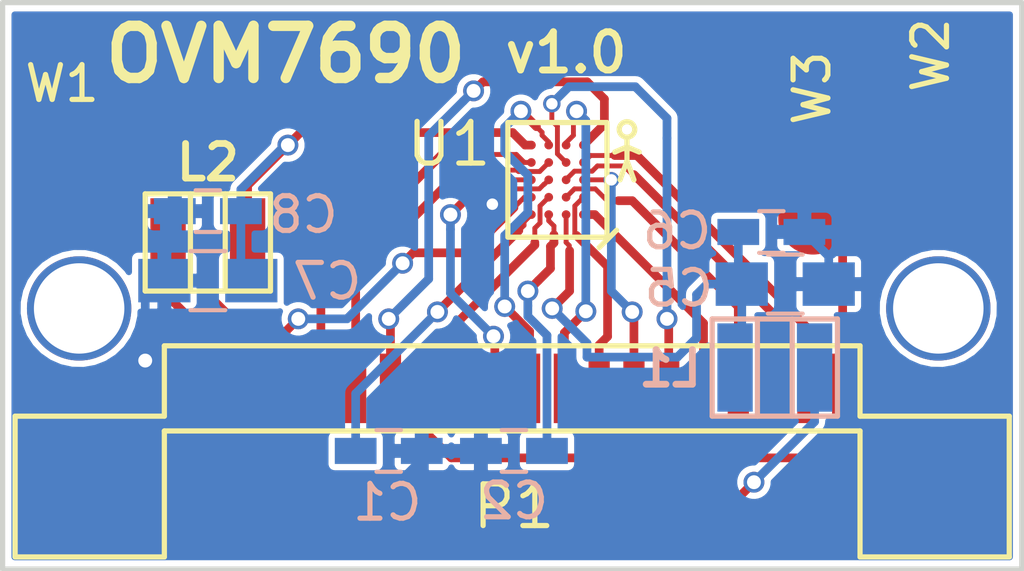
<source format=kicad_pcb>
(kicad_pcb (version 4) (host pcbnew 4.0.5)

  (general
    (links 35)
    (no_connects 0)
    (area 124.814286 77.999999 160.485715 110.275001)
    (thickness 1.6)
    (drawings 6)
    (tracks 248)
    (zones 0)
    (modules 15)
    (nets 25)
  )

  (page A4)
  (layers
    (0 F.Cu signal)
    (31 B.Cu signal)
    (32 B.Adhes user hide)
    (33 F.Adhes user hide)
    (34 B.Paste user hide)
    (35 F.Paste user hide)
    (36 B.SilkS user)
    (37 F.SilkS user)
    (38 B.Mask user hide)
    (39 F.Mask user hide)
    (40 Dwgs.User user hide)
    (41 Cmts.User user hide)
    (42 Eco1.User user hide)
    (43 Eco2.User user hide)
    (44 Edge.Cuts user)
    (45 Margin user hide)
    (46 B.CrtYd user hide)
    (47 F.CrtYd user)
    (48 B.Fab user hide)
    (49 F.Fab user hide)
  )

  (setup
    (last_trace_width 0.14)
    (user_trace_width 0.14)
    (trace_clearance 0.2)
    (zone_clearance 0.18)
    (zone_45_only no)
    (trace_min 0.14)
    (segment_width 0.2)
    (edge_width 0.15)
    (via_size 0.6)
    (via_drill 0.4)
    (via_min_size 0.4)
    (via_min_drill 0.3302)
    (uvia_size 0.3)
    (uvia_drill 0.1)
    (uvias_allowed no)
    (uvia_min_size 0.2)
    (uvia_min_drill 0.1)
    (pcb_text_width 0.3)
    (pcb_text_size 1.5 1.5)
    (mod_edge_width 0.15)
    (mod_text_size 1 1)
    (mod_text_width 0.15)
    (pad_size 1.524 1.524)
    (pad_drill 0.762)
    (pad_to_mask_clearance 0.2)
    (aux_axis_origin 0 0)
    (visible_elements 7FFFEFFF)
    (pcbplotparams
      (layerselection 0x00030_80000001)
      (usegerberextensions false)
      (excludeedgelayer true)
      (linewidth 0.100000)
      (plotframeref false)
      (viasonmask false)
      (mode 1)
      (useauxorigin false)
      (hpglpennumber 1)
      (hpglpenspeed 20)
      (hpglpendiameter 15)
      (hpglpenoverlay 2)
      (psnegative false)
      (psa4output false)
      (plotreference true)
      (plotvalue true)
      (plotinvisibletext false)
      (padsonsilk false)
      (subtractmaskfromsilk false)
      (outputformat 1)
      (mirror false)
      (drillshape 1)
      (scaleselection 1)
      (outputdirectory ""))
  )

  (net 0 "")
  (net 1 "Net-(C1-Pad1)")
  (net 2 GND)
  (net 3 "Net-(C2-Pad1)")
  (net 4 /AVDD)
  (net 5 /VDD)
  (net 6 +2V8)
  (net 7 "Net-(P1-Pad3)")
  (net 8 /CA_D1)
  (net 9 /CA_D3)
  (net 10 /CA_D5)
  (net 11 /CA_D7)
  (net 12 "Net-(P1-Pad8)")
  (net 13 /CA_D0)
  (net 14 /CA_D2)
  (net 15 /CA_D4)
  (net 16 /CA_D6)
  (net 17 /CAB_SDA)
  (net 18 /CA_HREF)
  (net 19 /CAB_XCLK)
  (net 20 /CA_PWDN)
  (net 21 /CAB_SCL)
  (net 22 /CA_VSYNC)
  (net 23 /CA_PCLK)
  (net 24 "Net-(P1-Pad20)")

  (net_class Default "This is the default net class."
    (clearance 0.2)
    (trace_width 0.25)
    (via_dia 0.6)
    (via_drill 0.4)
    (uvia_dia 0.3)
    (uvia_drill 0.1)
  )

  (net_class BGA ""
    (clearance 0.03)
    (trace_width 0.14)
    (via_dia 0.4)
    (via_drill 0.3302)
    (uvia_dia 0.3)
    (uvia_drill 0.1)
    (add_net +2V8)
    (add_net /AVDD)
    (add_net /CAB_SCL)
    (add_net /CAB_SDA)
    (add_net /CAB_XCLK)
    (add_net /CA_D0)
    (add_net /CA_D1)
    (add_net /CA_D2)
    (add_net /CA_D3)
    (add_net /CA_D4)
    (add_net /CA_D5)
    (add_net /CA_D6)
    (add_net /CA_D7)
    (add_net /CA_HREF)
    (add_net /CA_PCLK)
    (add_net /CA_PWDN)
    (add_net /CA_VSYNC)
    (add_net /VDD)
    (add_net GND)
    (add_net "Net-(C1-Pad1)")
    (add_net "Net-(C2-Pad1)")
    (add_net "Net-(P1-Pad20)")
    (add_net "Net-(P1-Pad3)")
    (add_net "Net-(P1-Pad8)")
  )

  (module BGA_20_x500_y500 placed (layer F.Cu) (tedit 58943A70) (tstamp 58943917)
    (at 144.05 99 180)
    (descr "OVM7690 CameraCube")
    (tags "Omnivision CameraCube 7690")
    (path /58942E84)
    (clearance 0.1)
    (fp_text reference U1 (at 3.12 1.03 180) (layer F.SilkS)
      (effects (font (size 1.2 1.2) (thickness 0.15)))
    )
    (fp_text value OVM7690 (at -0.2 3.75 180) (layer F.Fab) hide
      (effects (font (size 1.2 1.2) (thickness 0.15)))
    )
    (fp_line (start -2 0.55) (end -2.2 0) (layer F.SilkS) (width 0.15))
    (fp_line (start -2 0.55) (end -1.8 0) (layer F.SilkS) (width 0.15))
    (fp_line (start -2 0.95) (end -1.65 0.8) (layer F.SilkS) (width 0.15))
    (fp_line (start -2 0.95) (end -2.35 0.8) (layer F.SilkS) (width 0.15))
    (fp_circle (center -2 1.45) (end -1.8 1.55) (layer F.SilkS) (width 0.15))
    (fp_line (start -2 0.6) (end -2 1.2) (layer F.SilkS) (width 0.15))
    (fp_line (start -0.588 0.3955) (end -0.588 -0.4655) (layer Dwgs.User) (width 0.1))
    (fp_line (start 0.56 0.3955) (end -0.588 0.3955) (layer Dwgs.User) (width 0.1))
    (fp_line (start 0.56 -0.4655) (end 0.56 0.3955) (layer Dwgs.User) (width 0.1))
    (fp_line (start -0.588 -0.4655) (end 0.56 -0.4655) (layer Dwgs.User) (width 0.1))
    (fp_line (start -1.2335 -1.4585) (end -1.2335 1.4585) (layer Dwgs.User) (width 0.1))
    (fp_line (start -1.2335 1.4585) (end 1.2335 1.4585) (layer Dwgs.User) (width 0.1))
    (fp_line (start 1.2335 1.4585) (end 1.2335 -1.4585) (layer Dwgs.User) (width 0.1))
    (fp_line (start -1.2335 -1.4585) (end 1.2335 -1.4585) (layer Dwgs.User) (width 0.1))
    (fp_line (start -1.475 -1.7) (end 1.475 -1.7) (layer F.CrtYd) (width 0.15))
    (fp_line (start 1.475 -1.7) (end 1.475 1.7) (layer F.CrtYd) (width 0.15))
    (fp_line (start 1.475 1.7) (end -1.475 1.7) (layer F.CrtYd) (width 0.15))
    (fp_line (start -1.475 1.7) (end -1.475 -1.7) (layer F.CrtYd) (width 0.15))
    (fp_line (start 1.425 -1.65) (end -1.425 -1.65) (layer F.SilkS) (width 0.15))
    (fp_line (start 1.425 1.625) (end 1.425 -1.605) (layer F.SilkS) (width 0.15))
    (fp_line (start -1.425 1.65) (end 1.425 1.65) (layer F.SilkS) (width 0.15))
    (fp_line (start -1.425 -1.63) (end -1.425 1.6) (layer F.SilkS) (width 0.15))
    (fp_line (start -1.2 -1.95) (end -1.7 -1.45) (layer F.SilkS) (width 0.15))
    (pad A1 smd circle (at -0.75 -1 180) (size 0.25 0.25) (layers F.Cu F.Paste F.Mask)
      (net 20 /CA_PWDN) (solder_mask_margin 0.0375) (clearance 0.03) (thermal_width 0.15) (thermal_gap 0.4))
    (pad A3 smd circle (at 0.25 -1 180) (size 0.25 0.25) (layers F.Cu F.Paste F.Mask)
      (net 3 "Net-(C2-Pad1)") (solder_mask_margin 0.0375) (clearance 0.03) (thermal_width 0.15) (thermal_gap 0.4))
    (pad A4 smd circle (at 0.75 -1 180) (size 0.25 0.25) (layers F.Cu F.Paste F.Mask)
      (net 1 "Net-(C1-Pad1)") (solder_mask_margin 0.0375) (clearance 0.03) (thermal_width 0.15) (thermal_gap 0.4))
    (pad B1 smd circle (at -0.75 -0.5 180) (size 0.25 0.25) (layers F.Cu F.Paste F.Mask)
      (net 17 /CAB_SDA) (solder_mask_margin 0.0375) (clearance 0.03) (thermal_width 0.15) (thermal_gap 0.4))
    (pad B2 smd circle (at -0.25 -0.5 180) (size 0.25 0.25) (layers F.Cu F.Paste F.Mask)
      (net 21 /CAB_SCL) (solder_mask_margin 0.0375) (clearance 0.03) (thermal_width 0.15) (thermal_gap 0.4))
    (pad B3 smd circle (at 0.25 -0.5 180) (size 0.25 0.25) (layers F.Cu F.Paste F.Mask)
      (net 13 /CA_D0) (solder_mask_margin 0.0375) (clearance 0.03) (thermal_width 0.15) (thermal_gap 0.4))
    (pad B4 smd circle (at 0.75 -0.5 180) (size 0.25 0.25) (layers F.Cu F.Paste F.Mask)
      (net 8 /CA_D1) (solder_mask_margin 0.0375) (clearance 0.03) (thermal_width 0.15) (thermal_gap 0.4))
    (pad C1 smd circle (at -0.75 0 180) (size 0.25 0.25) (layers F.Cu F.Paste F.Mask)
      (net 18 /CA_HREF) (solder_mask_margin 0.0375) (clearance 0.03) (thermal_width 0.15) (thermal_gap 0.4))
    (pad C2 smd circle (at -0.25 0 180) (size 0.25 0.25) (layers F.Cu F.Paste F.Mask)
      (net 22 /CA_VSYNC) (solder_mask_margin 0.0375) (clearance 0.03) (thermal_width 0.15) (thermal_gap 0.4))
    (pad C3 smd circle (at 0.25 0 180) (size 0.25 0.25) (layers F.Cu F.Paste F.Mask)
      (net 2 GND) (solder_mask_margin 0.0375) (clearance 0.03) (thermal_width 0.15) (thermal_gap 0.4))
    (pad C4 smd circle (at 0.75 0 180) (size 0.25 0.25) (layers F.Cu F.Paste F.Mask)
      (net 14 /CA_D2) (solder_mask_margin 0.0375) (clearance 0.03) (thermal_width 0.15) (thermal_gap 0.4))
    (pad D1 smd circle (at -0.75 0.5 180) (size 0.25 0.25) (layers F.Cu F.Paste F.Mask)
      (net 23 /CA_PCLK) (solder_mask_margin 0.0375) (clearance 0.03) (thermal_width 0.15) (thermal_gap 0.4))
    (pad D2 smd circle (at -0.25 0.5 180) (size 0.25 0.25) (layers F.Cu F.Paste F.Mask)
      (net 19 /CAB_XCLK) (solder_mask_margin 0.0375) (clearance 0.03) (thermal_width 0.15) (thermal_gap 0.4))
    (pad D3 smd circle (at 0.25 0.5 180) (size 0.25 0.25) (layers F.Cu F.Paste F.Mask)
      (net 10 /CA_D5) (solder_mask_margin 0.0375) (clearance 0.03) (thermal_width 0.15) (thermal_gap 0.4))
    (pad D4 smd circle (at 0.75 0.5 180) (size 0.25 0.25) (layers F.Cu F.Paste F.Mask)
      (net 9 /CA_D3) (solder_mask_margin 0.0375) (clearance 0.03) (thermal_width 0.15) (thermal_gap 0.4))
    (pad E1 smd circle (at -0.75 1 180) (size 0.25 0.25) (layers F.Cu F.Paste F.Mask)
      (net 11 /CA_D7) (solder_mask_margin 0.0375) (clearance 0.03) (thermal_width 0.15) (thermal_gap 0.4))
    (pad E2 smd circle (at -0.25 1 180) (size 0.25 0.25) (layers F.Cu F.Paste F.Mask)
      (net 16 /CA_D6) (solder_mask_margin 0.0375) (clearance 0.03) (thermal_width 0.15) (thermal_gap 0.4))
    (pad E3 smd circle (at 0.25 1 180) (size 0.25 0.25) (layers F.Cu F.Paste F.Mask)
      (net 15 /CA_D4) (solder_mask_margin 0.0375) (clearance 0.03) (thermal_width 0.15) (thermal_gap 0.4))
    (pad E4 smd circle (at 0.75 1 180) (size 0.25 0.25) (layers F.Cu F.Paste F.Mask)
      (net 5 /VDD) (solder_mask_margin 0.0375) (clearance 0.03) (thermal_width 0.15) (thermal_gap 0.4))
    (pad A2 smd circle (at -0.25 -1 180) (size 0.25 0.25) (layers F.Cu F.Paste F.Mask)
      (net 4 /AVDD) (solder_mask_margin 0.0375) (clearance 0.03) (thermal_width 0.15) (thermal_gap 0.4))
  )

  (module Capacitors_SMD:C_0603_HandSoldering placed (layer B.Cu) (tedit 541A9B4D) (tstamp 589438B6)
    (at 134 99.9 180)
    (descr "Capacitor SMD 0603, hand soldering")
    (tags "capacitor 0603")
    (path /589473A5)
    (attr smd)
    (fp_text reference C8 (at -2.75 -0.1 180) (layer B.SilkS)
      (effects (font (size 1 1) (thickness 0.15)) (justify mirror))
    )
    (fp_text value "0.1 uF" (at 0 -1.9 180) (layer B.Fab)
      (effects (font (size 1 1) (thickness 0.15)) (justify mirror))
    )
    (fp_line (start -0.8 -0.4) (end -0.8 0.4) (layer B.Fab) (width 0.1))
    (fp_line (start 0.8 -0.4) (end -0.8 -0.4) (layer B.Fab) (width 0.1))
    (fp_line (start 0.8 0.4) (end 0.8 -0.4) (layer B.Fab) (width 0.1))
    (fp_line (start -0.8 0.4) (end 0.8 0.4) (layer B.Fab) (width 0.1))
    (fp_line (start -1.85 0.75) (end 1.85 0.75) (layer B.CrtYd) (width 0.05))
    (fp_line (start -1.85 -0.75) (end 1.85 -0.75) (layer B.CrtYd) (width 0.05))
    (fp_line (start -1.85 0.75) (end -1.85 -0.75) (layer B.CrtYd) (width 0.05))
    (fp_line (start 1.85 0.75) (end 1.85 -0.75) (layer B.CrtYd) (width 0.05))
    (fp_line (start -0.35 0.6) (end 0.35 0.6) (layer B.SilkS) (width 0.12))
    (fp_line (start 0.35 -0.6) (end -0.35 -0.6) (layer B.SilkS) (width 0.12))
    (pad 1 smd rect (at -0.95 0 180) (size 1.2 0.75) (layers B.Cu B.Paste B.Mask)
      (net 5 /VDD))
    (pad 2 smd rect (at 0.95 0 180) (size 1.2 0.75) (layers B.Cu B.Paste B.Mask)
      (net 2 GND))
    (model Capacitors_SMD.3dshapes/C_0603_HandSoldering.wrl
      (at (xyz 0 0 0))
      (scale (xyz 1 1 1))
      (rotate (xyz 0 0 0))
    )
  )

  (module Capacitors_SMD:C_0805_HandSoldering placed (layer B.Cu) (tedit 541A9B8D) (tstamp 589438B0)
    (at 134 101.9 180)
    (descr "Capacitor SMD 0805, hand soldering")
    (tags "capacitor 0805")
    (path /5894730A)
    (attr smd)
    (fp_text reference C7 (at -3.43 -0.02 180) (layer B.SilkS)
      (effects (font (size 1 1) (thickness 0.15)) (justify mirror))
    )
    (fp_text value "10 uF" (at 0 -2.1 180) (layer B.Fab)
      (effects (font (size 1 1) (thickness 0.15)) (justify mirror))
    )
    (fp_line (start -1 -0.625) (end -1 0.625) (layer B.Fab) (width 0.1))
    (fp_line (start 1 -0.625) (end -1 -0.625) (layer B.Fab) (width 0.1))
    (fp_line (start 1 0.625) (end 1 -0.625) (layer B.Fab) (width 0.1))
    (fp_line (start -1 0.625) (end 1 0.625) (layer B.Fab) (width 0.1))
    (fp_line (start -2.3 1) (end 2.3 1) (layer B.CrtYd) (width 0.05))
    (fp_line (start -2.3 -1) (end 2.3 -1) (layer B.CrtYd) (width 0.05))
    (fp_line (start -2.3 1) (end -2.3 -1) (layer B.CrtYd) (width 0.05))
    (fp_line (start 2.3 1) (end 2.3 -1) (layer B.CrtYd) (width 0.05))
    (fp_line (start 0.5 0.85) (end -0.5 0.85) (layer B.SilkS) (width 0.12))
    (fp_line (start -0.5 -0.85) (end 0.5 -0.85) (layer B.SilkS) (width 0.12))
    (pad 1 smd rect (at -1.25 0 180) (size 1.5 1.25) (layers B.Cu B.Paste B.Mask)
      (net 5 /VDD))
    (pad 2 smd rect (at 1.25 0 180) (size 1.5 1.25) (layers B.Cu B.Paste B.Mask)
      (net 2 GND))
    (model Capacitors_SMD.3dshapes/C_0805_HandSoldering.wrl
      (at (xyz 0 0 0))
      (scale (xyz 1 1 1))
      (rotate (xyz 0 0 0))
    )
  )

  (module gj_feet:HOLE-2.5 (layer F.Cu) (tedit 5893E5EF) (tstamp 58943C00)
    (at 130.3 102.7)
    (descr "Hole 2.5 mm")
    (tags hole)
    (fp_text reference REF** (at 0.3 -2.8) (layer F.SilkS) hide
      (effects (font (size 1 1) (thickness 0.15)))
    )
    (fp_text value Dummy_Empty (at 0 3.1) (layer F.Fab) hide
      (effects (font (size 1 1) (thickness 0.15)))
    )
    (pad "" np_thru_hole circle (at 0 0) (size 3 3) (drill 2.6) (layers *.Cu *.Mask))
  )

  (module Capacitors_SMD:C_0603_HandSoldering placed (layer B.Cu) (tedit 541A9B4D) (tstamp 58943898)
    (at 139.2 106.8)
    (descr "Capacitor SMD 0603, hand soldering")
    (tags "capacitor 0603")
    (path /58944A8F)
    (attr smd)
    (fp_text reference C1 (at -0.04 1.48) (layer B.SilkS)
      (effects (font (size 1 1) (thickness 0.15)) (justify mirror))
    )
    (fp_text value "0.1 uF" (at 0 -1.9) (layer B.Fab)
      (effects (font (size 1 1) (thickness 0.15)) (justify mirror))
    )
    (fp_line (start -0.8 -0.4) (end -0.8 0.4) (layer B.Fab) (width 0.1))
    (fp_line (start 0.8 -0.4) (end -0.8 -0.4) (layer B.Fab) (width 0.1))
    (fp_line (start 0.8 0.4) (end 0.8 -0.4) (layer B.Fab) (width 0.1))
    (fp_line (start -0.8 0.4) (end 0.8 0.4) (layer B.Fab) (width 0.1))
    (fp_line (start -1.85 0.75) (end 1.85 0.75) (layer B.CrtYd) (width 0.05))
    (fp_line (start -1.85 -0.75) (end 1.85 -0.75) (layer B.CrtYd) (width 0.05))
    (fp_line (start -1.85 0.75) (end -1.85 -0.75) (layer B.CrtYd) (width 0.05))
    (fp_line (start 1.85 0.75) (end 1.85 -0.75) (layer B.CrtYd) (width 0.05))
    (fp_line (start -0.35 0.6) (end 0.35 0.6) (layer B.SilkS) (width 0.12))
    (fp_line (start 0.35 -0.6) (end -0.35 -0.6) (layer B.SilkS) (width 0.12))
    (pad 1 smd rect (at -0.95 0) (size 1.2 0.75) (layers B.Cu B.Paste B.Mask)
      (net 1 "Net-(C1-Pad1)"))
    (pad 2 smd rect (at 0.95 0) (size 1.2 0.75) (layers B.Cu B.Paste B.Mask)
      (net 2 GND))
    (model Capacitors_SMD.3dshapes/C_0603_HandSoldering.wrl
      (at (xyz 0 0 0))
      (scale (xyz 1 1 1))
      (rotate (xyz 0 0 0))
    )
  )

  (module Capacitors_SMD:C_0603_HandSoldering placed (layer B.Cu) (tedit 541A9B4D) (tstamp 5894389E)
    (at 142.8 106.8 180)
    (descr "Capacitor SMD 0603, hand soldering")
    (tags "capacitor 0603")
    (path /58944833)
    (attr smd)
    (fp_text reference C2 (at 0 -1.44 180) (layer B.SilkS)
      (effects (font (size 1 1) (thickness 0.15)) (justify mirror))
    )
    (fp_text value "0.1 uF" (at 0 -1.9 180) (layer B.Fab)
      (effects (font (size 1 1) (thickness 0.15)) (justify mirror))
    )
    (fp_line (start -0.8 -0.4) (end -0.8 0.4) (layer B.Fab) (width 0.1))
    (fp_line (start 0.8 -0.4) (end -0.8 -0.4) (layer B.Fab) (width 0.1))
    (fp_line (start 0.8 0.4) (end 0.8 -0.4) (layer B.Fab) (width 0.1))
    (fp_line (start -0.8 0.4) (end 0.8 0.4) (layer B.Fab) (width 0.1))
    (fp_line (start -1.85 0.75) (end 1.85 0.75) (layer B.CrtYd) (width 0.05))
    (fp_line (start -1.85 -0.75) (end 1.85 -0.75) (layer B.CrtYd) (width 0.05))
    (fp_line (start -1.85 0.75) (end -1.85 -0.75) (layer B.CrtYd) (width 0.05))
    (fp_line (start 1.85 0.75) (end 1.85 -0.75) (layer B.CrtYd) (width 0.05))
    (fp_line (start -0.35 0.6) (end 0.35 0.6) (layer B.SilkS) (width 0.12))
    (fp_line (start 0.35 -0.6) (end -0.35 -0.6) (layer B.SilkS) (width 0.12))
    (pad 1 smd rect (at -0.95 0 180) (size 1.2 0.75) (layers B.Cu B.Paste B.Mask)
      (net 3 "Net-(C2-Pad1)"))
    (pad 2 smd rect (at 0.95 0 180) (size 1.2 0.75) (layers B.Cu B.Paste B.Mask)
      (net 2 GND))
    (model Capacitors_SMD.3dshapes/C_0603_HandSoldering.wrl
      (at (xyz 0 0 0))
      (scale (xyz 1 1 1))
      (rotate (xyz 0 0 0))
    )
  )

  (module Capacitors_SMD:C_0805_HandSoldering placed (layer B.Cu) (tedit 541A9B8D) (tstamp 589438A4)
    (at 150.6 102)
    (descr "Capacitor SMD 0805, hand soldering")
    (tags "capacitor 0805")
    (path /589470C2)
    (attr smd)
    (fp_text reference C5 (at -3.06 0.12) (layer B.SilkS)
      (effects (font (size 1 1) (thickness 0.15)) (justify mirror))
    )
    (fp_text value "10 uF" (at 0 -2.1) (layer B.Fab)
      (effects (font (size 1 1) (thickness 0.15)) (justify mirror))
    )
    (fp_line (start -1 -0.625) (end -1 0.625) (layer B.Fab) (width 0.1))
    (fp_line (start 1 -0.625) (end -1 -0.625) (layer B.Fab) (width 0.1))
    (fp_line (start 1 0.625) (end 1 -0.625) (layer B.Fab) (width 0.1))
    (fp_line (start -1 0.625) (end 1 0.625) (layer B.Fab) (width 0.1))
    (fp_line (start -2.3 1) (end 2.3 1) (layer B.CrtYd) (width 0.05))
    (fp_line (start -2.3 -1) (end 2.3 -1) (layer B.CrtYd) (width 0.05))
    (fp_line (start -2.3 1) (end -2.3 -1) (layer B.CrtYd) (width 0.05))
    (fp_line (start 2.3 1) (end 2.3 -1) (layer B.CrtYd) (width 0.05))
    (fp_line (start 0.5 0.85) (end -0.5 0.85) (layer B.SilkS) (width 0.12))
    (fp_line (start -0.5 -0.85) (end 0.5 -0.85) (layer B.SilkS) (width 0.12))
    (pad 1 smd rect (at -1.25 0) (size 1.5 1.25) (layers B.Cu B.Paste B.Mask)
      (net 4 /AVDD))
    (pad 2 smd rect (at 1.25 0) (size 1.5 1.25) (layers B.Cu B.Paste B.Mask)
      (net 2 GND))
    (model Capacitors_SMD.3dshapes/C_0805_HandSoldering.wrl
      (at (xyz 0 0 0))
      (scale (xyz 1 1 1))
      (rotate (xyz 0 0 0))
    )
  )

  (module Capacitors_SMD:C_0603_HandSoldering placed (layer B.Cu) (tedit 541A9B4D) (tstamp 589438AA)
    (at 150.2 100.5)
    (descr "Capacitor SMD 0603, hand soldering")
    (tags "capacitor 0603")
    (path /58947000)
    (attr smd)
    (fp_text reference C6 (at -2.71 -0.03) (layer B.SilkS)
      (effects (font (size 1 1) (thickness 0.15)) (justify mirror))
    )
    (fp_text value "0.1 uF" (at 0 -1.9) (layer B.Fab)
      (effects (font (size 1 1) (thickness 0.15)) (justify mirror))
    )
    (fp_line (start -0.8 -0.4) (end -0.8 0.4) (layer B.Fab) (width 0.1))
    (fp_line (start 0.8 -0.4) (end -0.8 -0.4) (layer B.Fab) (width 0.1))
    (fp_line (start 0.8 0.4) (end 0.8 -0.4) (layer B.Fab) (width 0.1))
    (fp_line (start -0.8 0.4) (end 0.8 0.4) (layer B.Fab) (width 0.1))
    (fp_line (start -1.85 0.75) (end 1.85 0.75) (layer B.CrtYd) (width 0.05))
    (fp_line (start -1.85 -0.75) (end 1.85 -0.75) (layer B.CrtYd) (width 0.05))
    (fp_line (start -1.85 0.75) (end -1.85 -0.75) (layer B.CrtYd) (width 0.05))
    (fp_line (start 1.85 0.75) (end 1.85 -0.75) (layer B.CrtYd) (width 0.05))
    (fp_line (start -0.35 0.6) (end 0.35 0.6) (layer B.SilkS) (width 0.12))
    (fp_line (start 0.35 -0.6) (end -0.35 -0.6) (layer B.SilkS) (width 0.12))
    (pad 1 smd rect (at -0.95 0) (size 1.2 0.75) (layers B.Cu B.Paste B.Mask)
      (net 4 /AVDD))
    (pad 2 smd rect (at 0.95 0) (size 1.2 0.75) (layers B.Cu B.Paste B.Mask)
      (net 2 GND))
    (model Capacitors_SMD.3dshapes/C_0603_HandSoldering.wrl
      (at (xyz 0 0 0))
      (scale (xyz 1 1 1))
      (rotate (xyz 0 0 0))
    )
  )

  (module w_smd_inductors:inductor_smd_1008 placed (layer B.Cu) (tedit 589440D0) (tstamp 589438BC)
    (at 150.3 104.4 180)
    (descr "Inductor SMD, 1008")
    (path /58946920)
    (fp_text reference L1 (at 3.01 -0.03 180) (layer B.SilkS)
      (effects (font (size 0.99568 0.99568) (thickness 0.19558)) (justify mirror))
    )
    (fp_text value 3.3uH (at 0 -2.49936 180) (layer B.SilkS) hide
      (effects (font (size 0.99822 0.99822) (thickness 0.19812)) (justify mirror))
    )
    (fp_line (start -0.50038 1.39954) (end -0.50038 -1.39954) (layer B.SilkS) (width 0.14986))
    (fp_line (start 0.50038 -1.39954) (end 0.50038 1.39954) (layer B.SilkS) (width 0.14986))
    (fp_line (start -1.80086 1.397) (end 1.80086 1.397) (layer B.SilkS) (width 0.14986))
    (fp_line (start 1.80086 1.39954) (end 1.80086 -1.39954) (layer B.SilkS) (width 0.14986))
    (fp_line (start 1.80086 -1.39954) (end -1.80086 -1.39954) (layer B.SilkS) (width 0.14986))
    (fp_line (start -1.80086 -1.39954) (end -1.80086 1.39954) (layer B.SilkS) (width 0.14986))
    (pad 1 smd rect (at -1.143 0 180) (size 1.016 2.54) (layers B.Cu B.Paste B.Mask)
      (net 6 +2V8))
    (pad 2 smd rect (at 1.143 0 180) (size 1.016 2.54) (layers B.Cu B.Paste B.Mask)
      (net 4 /AVDD))
    (model walter/smd_inductors/inductor_smd_1008.wrl
      (at (xyz 0 0 0))
      (scale (xyz 1 1 1))
      (rotate (xyz 0 0 0))
    )
  )

  (module w_smd_inductors:inductor_smd_1008 placed (layer F.Cu) (tedit 58944073) (tstamp 589438C2)
    (at 134 100.8)
    (descr "Inductor SMD, 1008")
    (path /5894666A)
    (fp_text reference L2 (at 0 -2.30124) (layer F.SilkS)
      (effects (font (size 0.99568 0.99568) (thickness 0.19558)))
    )
    (fp_text value 3.3uH (at 0.1 2.3) (layer F.SilkS) hide
      (effects (font (size 0.99822 0.99822) (thickness 0.19812)))
    )
    (fp_line (start -0.50038 -1.39954) (end -0.50038 1.39954) (layer F.SilkS) (width 0.14986))
    (fp_line (start 0.50038 1.39954) (end 0.50038 -1.39954) (layer F.SilkS) (width 0.14986))
    (fp_line (start -1.80086 -1.397) (end 1.80086 -1.397) (layer F.SilkS) (width 0.14986))
    (fp_line (start 1.80086 -1.39954) (end 1.80086 1.39954) (layer F.SilkS) (width 0.14986))
    (fp_line (start 1.80086 1.39954) (end -1.80086 1.39954) (layer F.SilkS) (width 0.14986))
    (fp_line (start -1.80086 1.39954) (end -1.80086 -1.39954) (layer F.SilkS) (width 0.14986))
    (pad 1 smd rect (at -1.143 0) (size 1.016 2.54) (layers F.Cu F.Paste F.Mask)
      (net 6 +2V8))
    (pad 2 smd rect (at 1.143 0) (size 1.016 2.54) (layers F.Cu F.Paste F.Mask)
      (net 5 /VDD))
    (model walter/smd_inductors/inductor_smd_1008.wrl
      (at (xyz 0 0 0))
      (scale (xyz 1 1 1))
      (rotate (xyz 0 0 0))
    )
  )

  (module visionFeet:WurthFFC_1mm_20 placed (layer F.Cu) (tedit 0) (tstamp 589438E8)
    (at 142.75 105)
    (path /58941710)
    (fp_text reference P1 (at 0.05 3.4) (layer F.SilkS)
      (effects (font (size 1.2 1.2) (thickness 0.15)))
    )
    (fp_text value CONN_01X20 (at 0 3.5) (layer F.Fab)
      (effects (font (size 1.2 1.2) (thickness 0.15)))
    )
    (fp_line (start -10 -1.225) (end 10 -1.225) (layer F.SilkS) (width 0.15))
    (fp_line (start -10 1.225) (end 10 1.225) (layer F.SilkS) (width 0.15))
    (fp_line (start -10 1.225) (end -10 4.85) (layer F.SilkS) (width 0.15))
    (fp_line (start 10 1.225) (end 10 4.85) (layer F.SilkS) (width 0.15))
    (fp_line (start -10 4.85) (end -14.29 4.85) (layer F.SilkS) (width 0.15))
    (fp_line (start 10 4.85) (end 14.29 4.85) (layer F.SilkS) (width 0.15))
    (fp_line (start -14.29 4.85) (end -14.29 0.8) (layer F.SilkS) (width 0.15))
    (fp_line (start 14.29 4.85) (end 14.29 0.8) (layer F.SilkS) (width 0.15))
    (fp_line (start -14.29 0.8) (end -10 0.8) (layer F.SilkS) (width 0.15))
    (fp_line (start 14.29 0.8) (end 10 0.8) (layer F.SilkS) (width 0.15))
    (fp_line (start -10 0.8) (end -10 -1.225) (layer F.SilkS) (width 0.15))
    (fp_line (start 10 0.8) (end 10 -1.225) (layer F.SilkS) (width 0.15))
    (pad 1 smd rect (at -9.5 0) (size 0.61 2) (layers F.Cu F.Paste F.Mask)
      (net 2 GND))
    (pad 2 smd rect (at -8.5 0) (size 0.61 2) (layers F.Cu F.Paste F.Mask)
      (net 6 +2V8))
    (pad 3 smd rect (at -7.5 0) (size 0.61 2) (layers F.Cu F.Paste F.Mask)
      (net 7 "Net-(P1-Pad3)"))
    (pad 4 smd rect (at -6.5 0) (size 0.61 2) (layers F.Cu F.Paste F.Mask)
      (net 8 /CA_D1))
    (pad 5 smd rect (at -5.5 0) (size 0.61 2) (layers F.Cu F.Paste F.Mask)
      (net 9 /CA_D3))
    (pad 6 smd rect (at -4.5 0) (size 0.61 2) (layers F.Cu F.Paste F.Mask)
      (net 10 /CA_D5))
    (pad 7 smd rect (at -3.5 0) (size 0.61 2) (layers F.Cu F.Paste F.Mask)
      (net 11 /CA_D7))
    (pad 8 smd rect (at -2.5 0) (size 0.61 2) (layers F.Cu F.Paste F.Mask)
      (net 12 "Net-(P1-Pad8)"))
    (pad 9 smd rect (at -1.5 0) (size 0.61 2) (layers F.Cu F.Paste F.Mask)
      (net 13 /CA_D0))
    (pad 10 smd rect (at -0.5 0) (size 0.61 2) (layers F.Cu F.Paste F.Mask)
      (net 14 /CA_D2))
    (pad 11 smd rect (at 0.5 0) (size 0.61 2) (layers F.Cu F.Paste F.Mask)
      (net 15 /CA_D4))
    (pad 12 smd rect (at 1.5 0) (size 0.61 2) (layers F.Cu F.Paste F.Mask)
      (net 16 /CA_D6))
    (pad 13 smd rect (at 2.5 0) (size 0.61 2) (layers F.Cu F.Paste F.Mask)
      (net 17 /CAB_SDA))
    (pad 14 smd rect (at 3.5 0) (size 0.61 2) (layers F.Cu F.Paste F.Mask)
      (net 18 /CA_HREF))
    (pad 15 smd rect (at 4.5 0) (size 0.61 2) (layers F.Cu F.Paste F.Mask)
      (net 19 /CAB_XCLK))
    (pad 16 smd rect (at 5.5 0) (size 0.61 2) (layers F.Cu F.Paste F.Mask)
      (net 20 /CA_PWDN))
    (pad 17 smd rect (at 6.5 0) (size 0.61 2) (layers F.Cu F.Paste F.Mask)
      (net 21 /CAB_SCL))
    (pad 18 smd rect (at 7.5 0) (size 0.61 2) (layers F.Cu F.Paste F.Mask)
      (net 22 /CA_VSYNC))
    (pad 19 smd rect (at 8.5 0) (size 0.61 2) (layers F.Cu F.Paste F.Mask)
      (net 23 /CA_PCLK))
    (pad 20 smd rect (at 9.5 0) (size 0.61 2) (layers F.Cu F.Paste F.Mask)
      (net 24 "Net-(P1-Pad20)"))
    (pad 0 smd rect (at -12.5 2.9) (size 2.68 3.6) (layers F.Cu F.Paste F.Mask))
    (pad 0 smd rect (at 12.5 2.9) (size 2.68 3.6) (layers F.Cu F.Paste F.Mask))
  )

  (module visionFeet:PAD-2x3.5mm placed (layer F.Cu) (tedit 588AEA6C) (tstamp 5894391C)
    (at 130.5 98.1 90)
    (path /58941827)
    (fp_text reference W1 (at 1.87 -0.69 180) (layer F.SilkS)
      (effects (font (size 1 1) (thickness 0.15)))
    )
    (fp_text value TEST_1P (at 0 3 90) (layer F.Fab)
      (effects (font (size 1 1) (thickness 0.15)))
    )
    (pad 1 smd oval (at 0 0 90) (size 2 3.5) (layers F.Cu F.Paste F.Mask)
      (net 7 "Net-(P1-Pad3)"))
  )

  (module visionFeet:PAD-2x3.5mm placed (layer F.Cu) (tedit 588AEA6C) (tstamp 58943921)
    (at 154.7 98.4)
    (path /5894182F)
    (fp_text reference W2 (at 0.08 -2.99 90) (layer F.SilkS)
      (effects (font (size 1 1) (thickness 0.15)))
    )
    (fp_text value TEST_1P (at 0 3) (layer F.Fab)
      (effects (font (size 1 1) (thickness 0.15)))
    )
    (pad 1 smd oval (at 0 0) (size 2 3.5) (layers F.Cu F.Paste F.Mask)
      (net 12 "Net-(P1-Pad8)"))
  )

  (module visionFeet:PAD-2x3.5mm placed (layer F.Cu) (tedit 588AEA6C) (tstamp 58943926)
    (at 151.4 99.4)
    (path /5894C35D)
    (fp_text reference W3 (at -0.03 -3.04 90) (layer F.SilkS)
      (effects (font (size 1 1) (thickness 0.15)))
    )
    (fp_text value TEST_1P (at 0 3) (layer F.Fab)
      (effects (font (size 1 1) (thickness 0.15)))
    )
    (pad 1 smd oval (at 0 0) (size 2 3.5) (layers F.Cu F.Paste F.Mask)
      (net 24 "Net-(P1-Pad20)"))
  )

  (module gj_feet:HOLE-2.5 (layer F.Cu) (tedit 5893E5EF) (tstamp 58943BEC)
    (at 155 102.7)
    (descr "Hole 2.5 mm")
    (tags hole)
    (fp_text reference REF** (at 0.3 -2.8) (layer F.SilkS) hide
      (effects (font (size 1 1) (thickness 0.15)))
    )
    (fp_text value Dummy_Empty (at 0 3.1) (layer F.Fab) hide
      (effects (font (size 1 1) (thickness 0.15)))
    )
    (pad "" np_thru_hole circle (at 0 0) (size 3 3) (drill 2.6) (layers *.Cu *.Mask))
  )

  (gr_text v1.0 (at 144.3 95.34) (layer F.SilkS)
    (effects (font (size 1.1 1.1) (thickness 0.2)))
  )
  (gr_text OVM7690 (at 136.24 95.39) (layer F.SilkS)
    (effects (font (size 1.5 1.5) (thickness 0.3)))
  )
  (gr_line (start 157.4 93.9) (end 128.1 93.9) (angle 90) (layer Edge.Cuts) (width 0.15))
  (gr_line (start 157.4 110.2) (end 157.4 93.9) (angle 90) (layer Edge.Cuts) (width 0.15))
  (gr_line (start 128.1 110.2) (end 157.4 110.2) (angle 90) (layer Edge.Cuts) (width 0.15))
  (gr_line (start 128.1 93.9) (end 128.1 110.2) (angle 90) (layer Edge.Cuts) (width 0.15))

  (segment (start 143.3 100) (end 143.1 100.2) (width 0.14) (layer F.Cu) (net 1))
  (segment (start 143.1 100.2) (end 143.09 100.2) (width 0.14) (layer F.Cu) (net 1))
  (segment (start 143.09 100.2) (end 143.09 100.31) (width 0.14) (layer F.Cu) (net 1))
  (segment (start 143.09 100.31) (end 142.94 100.46) (width 0.14) (layer F.Cu) (net 1))
  (segment (start 140.6 102.8) (end 142.94 100.46) (width 0.25) (layer F.Cu) (net 1))
  (segment (start 138.25 106.8) (end 138.25 105.15) (width 0.25) (layer B.Cu) (net 1))
  (segment (start 138.25 105.15) (end 140.6 102.8) (width 0.25) (layer B.Cu) (net 1))
  (via (at 140.6 102.8) (size 0.6) (drill 0.4) (layers F.Cu B.Cu) (net 1))
  (segment (start 142.69 99.43) (end 142.44935 99.43) (width 0.14) (layer F.Cu) (net 2))
  (segment (start 142.44935 99.43) (end 142.17935 99.7) (width 0.14) (layer F.Cu) (net 2))
  (via (at 142.17935 99.7) (size 0.5) (drill 0.3302) (layers F.Cu B.Cu) (net 2))
  (segment (start 142.86 99.26) (end 142.69 99.43) (width 0.14) (layer F.Cu) (net 2))
  (segment (start 143.53 99.26) (end 142.86 99.26) (width 0.14) (layer F.Cu) (net 2))
  (segment (start 143.665001 99.124999) (end 143.53 99.26) (width 0.14) (layer F.Cu) (net 2))
  (segment (start 143.8 99) (end 143.675001 99.124999) (width 0.14) (layer F.Cu) (net 2))
  (segment (start 143.675001 99.124999) (end 143.665001 99.124999) (width 0.14) (layer F.Cu) (net 2))
  (segment (start 151.85 102) (end 151.85 101.2) (width 0.25) (layer B.Cu) (net 2))
  (segment (start 151.85 101.2) (end 151.15 100.5) (width 0.25) (layer B.Cu) (net 2))
  (segment (start 132.75 101.9) (end 132.75 100.2) (width 0.25) (layer B.Cu) (net 2))
  (segment (start 132.75 100.2) (end 133.05 99.9) (width 0.25) (layer B.Cu) (net 2))
  (segment (start 132.2 104.2) (end 132.2 102.45) (width 0.25) (layer B.Cu) (net 2))
  (segment (start 132.2 102.45) (end 132.75 101.9) (width 0.25) (layer B.Cu) (net 2))
  (via (at 132.2 104.2) (size 0.6) (drill 0.4) (layers F.Cu B.Cu) (net 2))
  (segment (start 132.2 104.2) (end 135.6 107.6) (width 0.25) (layer B.Cu) (net 2))
  (segment (start 135.6 107.6) (end 139.6 107.6) (width 0.25) (layer B.Cu) (net 2))
  (segment (start 139.6 107.6) (end 140.15 107.05) (width 0.25) (layer B.Cu) (net 2))
  (segment (start 140.15 107.05) (end 140.15 106.8) (width 0.25) (layer B.Cu) (net 2))
  (segment (start 133.25 105) (end 133 105) (width 0.25) (layer F.Cu) (net 2))
  (segment (start 133 105) (end 132.2 104.2) (width 0.25) (layer F.Cu) (net 2))
  (segment (start 141.85 106.8) (end 140.15 106.8) (width 0.25) (layer B.Cu) (net 2))
  (segment (start 143.949989 100.58) (end 143.949989 100.8136) (width 0.25) (layer F.Cu) (net 3))
  (segment (start 143.949989 100.326765) (end 143.949989 100.58) (width 0.14) (layer F.Cu) (net 3))
  (segment (start 143.8 100.176776) (end 143.949989 100.326765) (width 0.14) (layer F.Cu) (net 3))
  (segment (start 143.8 100) (end 143.8 100.176776) (width 0.14) (layer F.Cu) (net 3))
  (segment (start 143.499999 101.900001) (end 143.2 102.2) (width 0.25) (layer F.Cu) (net 3))
  (segment (start 143.849989 101.550011) (end 143.499999 101.900001) (width 0.25) (layer F.Cu) (net 3))
  (segment (start 143.849989 100.9136) (end 143.849989 101.550011) (width 0.25) (layer F.Cu) (net 3))
  (segment (start 143.949989 100.8136) (end 143.849989 100.9136) (width 0.25) (layer F.Cu) (net 3))
  (segment (start 143.75 106.8) (end 143.75 103.475004) (width 0.25) (layer B.Cu) (net 3))
  (segment (start 143.2 102.624264) (end 143.2 102.2) (width 0.25) (layer B.Cu) (net 3))
  (segment (start 143.75 103.475004) (end 143.2 102.925004) (width 0.25) (layer B.Cu) (net 3))
  (segment (start 143.2 102.925004) (end 143.2 102.624264) (width 0.25) (layer B.Cu) (net 3))
  (via (at 143.2 102.2) (size 0.6) (drill 0.4) (layers F.Cu B.Cu) (net 3))
  (segment (start 144.4 101.03641) (end 144.39 101.02641) (width 0.14) (layer F.Cu) (net 4))
  (segment (start 144.39 101.02641) (end 144.39 100.89) (width 0.14) (layer F.Cu) (net 4))
  (segment (start 144.39 100.89) (end 144.3 100.8) (width 0.14) (layer F.Cu) (net 4))
  (segment (start 144.3 100.8) (end 144.3 100) (width 0.14) (layer F.Cu) (net 4))
  (segment (start 143.9 102.7) (end 144.4 102.2) (width 0.25) (layer F.Cu) (net 4))
  (segment (start 144.4 102.2) (end 144.4 101.03641) (width 0.25) (layer F.Cu) (net 4))
  (segment (start 144.9 103.7) (end 143.9 102.7) (width 0.25) (layer B.Cu) (net 4))
  (segment (start 144.9 104.1) (end 144.9 103.7) (width 0.25) (layer B.Cu) (net 4))
  (via (at 143.9 102.7) (size 0.6) (drill 0.4) (layers F.Cu B.Cu) (net 4))
  (segment (start 147.5 104.1) (end 144.9 104.1) (width 0.25) (layer B.Cu) (net 4))
  (segment (start 148.05 103.55) (end 147.5 104.1) (width 0.25) (layer B.Cu) (net 4))
  (segment (start 148.05 102.3) (end 148.05 103.55) (width 0.25) (layer B.Cu) (net 4))
  (segment (start 149.35 102) (end 148.35 102) (width 0.25) (layer B.Cu) (net 4))
  (segment (start 148.35 102) (end 148.05 102.3) (width 0.25) (layer B.Cu) (net 4))
  (segment (start 149.35 102) (end 149.35 104.207) (width 0.25) (layer B.Cu) (net 4))
  (segment (start 149.35 104.207) (end 149.157 104.4) (width 0.25) (layer B.Cu) (net 4))
  (segment (start 149.25 100.5) (end 149.25 101.9) (width 0.25) (layer B.Cu) (net 4))
  (segment (start 149.25 101.9) (end 149.35 102) (width 0.25) (layer B.Cu) (net 4))
  (segment (start 136.301 98) (end 136.661 97.64) (width 0.25) (layer F.Cu) (net 5))
  (segment (start 142.763224 97.64) (end 143.123224 98) (width 0.25) (layer F.Cu) (net 5))
  (segment (start 143.123224 98) (end 143.3 98) (width 0.25) (layer F.Cu) (net 5))
  (segment (start 136.661 97.64) (end 142.763224 97.64) (width 0.25) (layer F.Cu) (net 5))
  (segment (start 134.95 99.9) (end 134.95 101.6) (width 0.25) (layer B.Cu) (net 5))
  (segment (start 134.95 101.6) (end 135.25 101.9) (width 0.25) (layer B.Cu) (net 5))
  (segment (start 136.301 98) (end 135.143 99.158) (width 0.25) (layer F.Cu) (net 5))
  (segment (start 135.143 99.158) (end 135.143 100.8) (width 0.25) (layer F.Cu) (net 5))
  (segment (start 134.95 99.9) (end 134.95 99.275) (width 0.25) (layer B.Cu) (net 5))
  (segment (start 134.95 99.275) (end 136.225 98) (width 0.25) (layer B.Cu) (net 5))
  (segment (start 136.225 98) (end 136.301 98) (width 0.25) (layer B.Cu) (net 5))
  (via (at 136.301 98) (size 0.6) (drill 0.4) (layers F.Cu B.Cu) (net 5))
  (segment (start 134.25 105) (end 134.25 106.25) (width 0.25) (layer F.Cu) (net 6))
  (segment (start 134.25 106.25) (end 136.1 108.1) (width 0.25) (layer F.Cu) (net 6))
  (segment (start 136.1 108.1) (end 149.3 108.1) (width 0.25) (layer F.Cu) (net 6))
  (segment (start 149.3 108.1) (end 149.7 107.7) (width 0.25) (layer F.Cu) (net 6))
  (segment (start 149.7 107.7) (end 151.443 105.957) (width 0.25) (layer B.Cu) (net 6))
  (segment (start 151.443 105.957) (end 151.443 104.4) (width 0.25) (layer B.Cu) (net 6))
  (via (at 149.7 107.7) (size 0.6) (drill 0.4) (layers F.Cu B.Cu) (net 6))
  (segment (start 134.25 105) (end 134.25 103.75) (width 0.25) (layer F.Cu) (net 6))
  (segment (start 134.25 103.75) (end 132.857 102.357) (width 0.25) (layer F.Cu) (net 6))
  (segment (start 132.857 102.357) (end 132.857 100.8) (width 0.25) (layer F.Cu) (net 6))
  (segment (start 135.25 105) (end 135.25 103.75) (width 0.25) (layer F.Cu) (net 7))
  (segment (start 135.25 103.75) (end 134.9 103.4) (width 0.25) (layer F.Cu) (net 7))
  (segment (start 134.9 103.4) (end 134.9 103.2) (width 0.25) (layer F.Cu) (net 7))
  (segment (start 134.9 103.2) (end 134 102.3) (width 0.25) (layer F.Cu) (net 7))
  (segment (start 134 102.3) (end 134 99.1) (width 0.25) (layer F.Cu) (net 7))
  (segment (start 134 99.1) (end 133 98.1) (width 0.25) (layer F.Cu) (net 7))
  (segment (start 133 98.1) (end 130.5 98.1) (width 0.25) (layer F.Cu) (net 7))
  (segment (start 142.8 99.8) (end 143.1 99.5) (width 0.14) (layer F.Cu) (net 8))
  (segment (start 143.1 99.5) (end 143.3 99.5) (width 0.14) (layer F.Cu) (net 8))
  (segment (start 141.499999 101.100001) (end 142.8 99.8) (width 0.25) (layer F.Cu) (net 8))
  (segment (start 139.6 101.4) (end 139.899999 101.100001) (width 0.25) (layer F.Cu) (net 8))
  (segment (start 139.899999 101.100001) (end 141.499999 101.100001) (width 0.25) (layer F.Cu) (net 8))
  (segment (start 136.6 103) (end 138 103) (width 0.25) (layer B.Cu) (net 8))
  (segment (start 138 103) (end 139.6 101.4) (width 0.25) (layer B.Cu) (net 8))
  (via (at 139.6 101.4) (size 0.6) (drill 0.4) (layers F.Cu B.Cu) (net 8))
  (segment (start 136.25 103.75) (end 136.25 103.35) (width 0.25) (layer F.Cu) (net 8))
  (segment (start 136.25 103.35) (end 136.6 103) (width 0.25) (layer F.Cu) (net 8))
  (via (at 136.6 103) (size 0.6) (drill 0.4) (layers F.Cu B.Cu) (net 8))
  (segment (start 136.25 105) (end 136.25 103.75) (width 0.25) (layer F.Cu) (net 8))
  (segment (start 141.99 98.28) (end 142 98.27) (width 0.14) (layer F.Cu) (net 9))
  (segment (start 142 98.27) (end 142.87 98.27) (width 0.14) (layer F.Cu) (net 9))
  (segment (start 142.87 98.27) (end 143.1 98.5) (width 0.14) (layer F.Cu) (net 9))
  (segment (start 143.1 98.5) (end 143.3 98.5) (width 0.14) (layer F.Cu) (net 9))
  (segment (start 140.72 98.28) (end 141.99 98.28) (width 0.25) (layer F.Cu) (net 9))
  (segment (start 137.25 105) (end 137.25 101.75) (width 0.25) (layer F.Cu) (net 9))
  (segment (start 137.25 101.75) (end 140.72 98.28) (width 0.25) (layer F.Cu) (net 9))
  (segment (start 142.3 98.72) (end 142.89 98.72) (width 0.14) (layer F.Cu) (net 10))
  (segment (start 142.89 98.72) (end 142.93 98.76) (width 0.14) (layer F.Cu) (net 10))
  (segment (start 142.93 98.76) (end 143.54 98.76) (width 0.14) (layer F.Cu) (net 10))
  (segment (start 143.54 98.76) (end 143.8 98.5) (width 0.14) (layer F.Cu) (net 10))
  (segment (start 138.25 105) (end 138.25 101.75) (width 0.25) (layer F.Cu) (net 10))
  (segment (start 138.25 101.75) (end 141.28 98.72) (width 0.25) (layer F.Cu) (net 10))
  (segment (start 141.28 98.72) (end 142.3 98.72) (width 0.25) (layer F.Cu) (net 10))
  (segment (start 144.8 98) (end 145.4 97.4) (width 0.25) (layer F.Cu) (net 11))
  (segment (start 145.4 97.4) (end 145.4 96.674996) (width 0.25) (layer F.Cu) (net 11))
  (segment (start 145.4 96.674996) (end 144.905004 96.18) (width 0.25) (layer F.Cu) (net 11))
  (segment (start 144.905004 96.18) (end 141.91 96.18) (width 0.25) (layer F.Cu) (net 11))
  (segment (start 141.91 96.18) (end 141.65 96.44) (width 0.25) (layer F.Cu) (net 11))
  (segment (start 141.65 96.44) (end 141.64 96.44) (width 0.25) (layer F.Cu) (net 11))
  (segment (start 139.2 103) (end 140.349988 101.850012) (width 0.25) (layer B.Cu) (net 11))
  (segment (start 140.349988 101.850012) (end 140.349988 97.730012) (width 0.25) (layer B.Cu) (net 11))
  (segment (start 141.340001 96.739999) (end 141.64 96.44) (width 0.25) (layer B.Cu) (net 11))
  (segment (start 140.349988 97.730012) (end 141.340001 96.739999) (width 0.25) (layer B.Cu) (net 11))
  (via (at 141.64 96.44) (size 0.6) (drill 0.4) (layers F.Cu B.Cu) (net 11))
  (segment (start 139.25 105) (end 139.25 103.05) (width 0.25) (layer F.Cu) (net 11))
  (segment (start 139.25 103.05) (end 139.2 103) (width 0.25) (layer F.Cu) (net 11))
  (via (at 139.2 103) (size 0.6) (drill 0.4) (layers F.Cu B.Cu) (net 11))
  (segment (start 140.25 105) (end 140.25 106.25) (width 0.25) (layer F.Cu) (net 12))
  (segment (start 152.424998 107) (end 153.1 106.324998) (width 0.25) (layer F.Cu) (net 12))
  (segment (start 140.25 106.25) (end 141 107) (width 0.25) (layer F.Cu) (net 12))
  (segment (start 141 107) (end 152.424998 107) (width 0.25) (layer F.Cu) (net 12))
  (segment (start 153.1 106.324998) (end 153.1 100.75) (width 0.25) (layer F.Cu) (net 12))
  (segment (start 153.1 100.75) (end 154.7 99.15) (width 0.25) (layer F.Cu) (net 12))
  (segment (start 154.7 99.15) (end 154.7 98.4) (width 0.25) (layer F.Cu) (net 12))
  (segment (start 143.55 100.24) (end 143.55 99.75) (width 0.14) (layer F.Cu) (net 13))
  (segment (start 143.55 99.75) (end 143.8 99.5) (width 0.14) (layer F.Cu) (net 13))
  (segment (start 143.4 100.874998) (end 143.4 100.39) (width 0.14) (layer F.Cu) (net 13))
  (segment (start 143.4 100.39) (end 143.55 100.24) (width 0.14) (layer F.Cu) (net 13))
  (segment (start 141.25 105) (end 141.25 103.024998) (width 0.25) (layer F.Cu) (net 13))
  (segment (start 141.25 103.024998) (end 143.4 100.874998) (width 0.25) (layer F.Cu) (net 13))
  (segment (start 143.4 100.874998) (end 143.4 100.8) (width 0.25) (layer F.Cu) (net 13))
  (segment (start 142.52 99.14) (end 142.37 99.14) (width 0.14) (layer F.Cu) (net 14))
  (segment (start 142.67 99) (end 142.66 99) (width 0.14) (layer F.Cu) (net 14))
  (segment (start 142.66 99) (end 142.52 99.14) (width 0.14) (layer F.Cu) (net 14))
  (segment (start 141.83499 99.14) (end 142.37 99.14) (width 0.25) (layer F.Cu) (net 14))
  (segment (start 142.54 99.13) (end 142.38 99.13) (width 0.14) (layer F.Cu) (net 14))
  (segment (start 142.38 99.13) (end 142.37 99.14) (width 0.14) (layer F.Cu) (net 14))
  (segment (start 140.97499 100) (end 141.83499 99.14) (width 0.25) (layer F.Cu) (net 14))
  (segment (start 142.54 99.13) (end 142.67 99) (width 0.14) (layer F.Cu) (net 14))
  (segment (start 142.67 99) (end 143.3 99) (width 0.14) (layer F.Cu) (net 14))
  (segment (start 140.97499 100.424264) (end 140.97499 100) (width 0.25) (layer B.Cu) (net 14))
  (segment (start 140.97499 102.262363) (end 140.97499 100.424264) (width 0.25) (layer B.Cu) (net 14))
  (segment (start 142.212565 103.499938) (end 140.97499 102.262363) (width 0.25) (layer B.Cu) (net 14))
  (via (at 140.97499 100) (size 0.6) (drill 0.4) (layers F.Cu B.Cu) (net 14))
  (segment (start 142.25 103.537373) (end 142.212565 103.499938) (width 0.25) (layer F.Cu) (net 14))
  (via (at 142.212565 103.499938) (size 0.6) (drill 0.4) (layers F.Cu B.Cu) (net 14))
  (segment (start 142.25 105) (end 142.25 103.537373) (width 0.25) (layer F.Cu) (net 14))
  (segment (start 143.8 98) (end 143.8 97.91) (width 0.14) (layer F.Cu) (net 15))
  (segment (start 143.8 97.91) (end 143.61 97.72) (width 0.14) (layer F.Cu) (net 15))
  (segment (start 143.61 97.72) (end 143.61 97.633224) (width 0.14) (layer F.Cu) (net 15))
  (segment (start 143.61 97.633224) (end 143.446776 97.47) (width 0.14) (layer F.Cu) (net 15))
  (segment (start 142.54 100.6) (end 143.2 99.94) (width 0.25) (layer B.Cu) (net 15))
  (segment (start 143.2 99.94) (end 143.2 98.86565) (width 0.25) (layer B.Cu) (net 15))
  (segment (start 143.2 98.86565) (end 142.53435 98.2) (width 0.25) (layer B.Cu) (net 15))
  (segment (start 142.53435 98.2) (end 142.53435 97.49066) (width 0.25) (layer B.Cu) (net 15))
  (segment (start 142.53435 97.49066) (end 142.700001 97.325009) (width 0.25) (layer B.Cu) (net 15))
  (segment (start 142.700001 97.325009) (end 143 97.02501) (width 0.25) (layer B.Cu) (net 15))
  (segment (start 142.53435 102.643766) (end 142.53435 100.6) (width 0.25) (layer B.Cu) (net 15))
  (segment (start 143.446776 97.47) (end 143.001786 97.02501) (width 0.25) (layer F.Cu) (net 15))
  (segment (start 143.001786 97.02501) (end 143 97.02501) (width 0.25) (layer F.Cu) (net 15))
  (via (at 143 97.02501) (size 0.6) (drill 0.4) (layers F.Cu B.Cu) (net 15))
  (segment (start 143.25 105) (end 143.25 103.359416) (width 0.25) (layer F.Cu) (net 15))
  (segment (start 142.834349 102.943765) (end 142.53435 102.643766) (width 0.25) (layer F.Cu) (net 15))
  (segment (start 143.25 103.359416) (end 142.834349 102.943765) (width 0.25) (layer F.Cu) (net 15))
  (via (at 142.53435 102.643766) (size 0.6) (drill 0.4) (layers F.Cu B.Cu) (net 15))
  (segment (start 144.3 98) (end 144.3 97.93) (width 0.14) (layer F.Cu) (net 16))
  (segment (start 144.3 97.93) (end 144.51 97.72) (width 0.14) (layer F.Cu) (net 16))
  (segment (start 144.51 97.72) (end 144.51 97.115004) (width 0.14) (layer F.Cu) (net 16))
  (segment (start 144.51 97.115004) (end 144.599994 97.02501) (width 0.14) (layer F.Cu) (net 16))
  (via (at 144.599994 97.02501) (size 0.6) (drill 0.4) (layers F.Cu B.Cu) (net 16))
  (segment (start 144.866955 102.783057) (end 144.866955 97.291971) (width 0.25) (layer B.Cu) (net 16))
  (segment (start 144.866955 97.291971) (end 144.599994 97.02501) (width 0.25) (layer B.Cu) (net 16))
  (segment (start 144.566956 103.083056) (end 144.866955 102.783057) (width 0.25) (layer F.Cu) (net 16))
  (segment (start 144.25 105) (end 144.25 103.400012) (width 0.25) (layer F.Cu) (net 16))
  (segment (start 144.25 103.400012) (end 144.566956 103.083056) (width 0.25) (layer F.Cu) (net 16))
  (via (at 144.866955 102.783057) (size 0.6) (drill 0.4) (layers F.Cu B.Cu) (net 16))
  (segment (start 144.6 100.6) (end 144.55 100.55) (width 0.14) (layer F.Cu) (net 17))
  (segment (start 144.55 100.55) (end 144.55 99.75) (width 0.14) (layer F.Cu) (net 17))
  (segment (start 144.55 99.75) (end 144.8 99.5) (width 0.14) (layer F.Cu) (net 17))
  (segment (start 145.491956 101.491956) (end 144.6 100.6) (width 0.25) (layer F.Cu) (net 17))
  (segment (start 145.25 105) (end 145.25 103.75) (width 0.25) (layer F.Cu) (net 17))
  (segment (start 145.491956 103.508044) (end 145.491956 101.491956) (width 0.25) (layer F.Cu) (net 17))
  (segment (start 145.25 103.75) (end 145.491956 103.508044) (width 0.25) (layer F.Cu) (net 17))
  (segment (start 144.8 99) (end 145.6 99) (width 0.14) (layer F.Cu) (net 18))
  (segment (start 146.2 102.8) (end 145.6 102.2) (width 0.25) (layer B.Cu) (net 18))
  (segment (start 145.6 102.2) (end 145.6 99) (width 0.25) (layer B.Cu) (net 18))
  (via (at 145.6 99) (size 0.45) (drill 0.3302) (layers F.Cu B.Cu) (net 18))
  (segment (start 146.25 105) (end 146.25 102.85) (width 0.25) (layer F.Cu) (net 18))
  (segment (start 146.25 102.85) (end 146.2 102.8) (width 0.25) (layer F.Cu) (net 18))
  (via (at 146.2 102.8) (size 0.6) (drill 0.4) (layers F.Cu B.Cu) (net 18))
  (segment (start 144.05 97.46) (end 144.05 98.25) (width 0.14) (layer F.Cu) (net 19))
  (segment (start 144.05 98.25) (end 144.3 98.5) (width 0.14) (layer F.Cu) (net 19))
  (segment (start 143.89 97.3) (end 144.05 97.46) (width 0.14) (layer F.Cu) (net 19))
  (segment (start 143.89 96.81) (end 143.89 97.3) (width 0.14) (layer F.Cu) (net 19))
  (segment (start 146.29 96.32) (end 144.38 96.32) (width 0.25) (layer B.Cu) (net 19))
  (segment (start 144.38 96.32) (end 143.89 96.81) (width 0.25) (layer B.Cu) (net 19))
  (via (at 143.89 96.81) (size 0.5) (drill 0.3302) (layers F.Cu B.Cu) (net 19))
  (segment (start 147.2 97.23) (end 146.29 96.32) (width 0.25) (layer B.Cu) (net 19))
  (segment (start 147.2 97.8) (end 147.2 97.23) (width 0.25) (layer B.Cu) (net 19))
  (segment (start 147.2 103) (end 147.2 97.8) (width 0.25) (layer B.Cu) (net 19))
  (segment (start 147.25 105) (end 147.25 103.05) (width 0.25) (layer F.Cu) (net 19))
  (segment (start 147.25 103.05) (end 147.2 103) (width 0.25) (layer F.Cu) (net 19))
  (via (at 147.2 103) (size 0.6) (drill 0.4) (layers F.Cu B.Cu) (net 19))
  (segment (start 144.976776 100) (end 144.8 100) (width 0.25) (layer F.Cu) (net 20))
  (segment (start 145.125004 100) (end 144.976776 100) (width 0.25) (layer F.Cu) (net 20))
  (segment (start 148.25 103.124996) (end 145.125004 100) (width 0.25) (layer F.Cu) (net 20))
  (segment (start 148.25 105) (end 148.25 103.124996) (width 0.25) (layer F.Cu) (net 20))
  (segment (start 145.14 99.26) (end 144.54 99.26) (width 0.14) (layer F.Cu) (net 21))
  (segment (start 144.54 99.26) (end 144.3 99.5) (width 0.14) (layer F.Cu) (net 21))
  (segment (start 145.48 99.6) (end 145.14 99.26) (width 0.14) (layer F.Cu) (net 21))
  (segment (start 145.8 99.6) (end 145.48 99.6) (width 0.14) (layer F.Cu) (net 21))
  (segment (start 149.25 105) (end 149.25 102.65) (width 0.25) (layer F.Cu) (net 21))
  (segment (start 149.25 102.65) (end 146.2 99.6) (width 0.25) (layer F.Cu) (net 21))
  (segment (start 146.2 99.6) (end 145.8 99.6) (width 0.25) (layer F.Cu) (net 21))
  (segment (start 146.25001 98.85001) (end 146.21001 98.85001) (width 0.14) (layer F.Cu) (net 22))
  (segment (start 146.21001 98.85001) (end 145.959999 98.599999) (width 0.14) (layer F.Cu) (net 22))
  (segment (start 145.959999 98.599999) (end 145.200001 98.599999) (width 0.14) (layer F.Cu) (net 22))
  (segment (start 145.200001 98.599999) (end 145.05 98.75) (width 0.14) (layer F.Cu) (net 22))
  (segment (start 145.05 98.75) (end 144.54 98.75) (width 0.14) (layer F.Cu) (net 22))
  (segment (start 144.54 98.75) (end 144.3 98.99) (width 0.14) (layer F.Cu) (net 22))
  (segment (start 144.3 98.99) (end 144.3 99) (width 0.14) (layer F.Cu) (net 22))
  (segment (start 150.2 103.7) (end 150.2 102.8) (width 0.25) (layer F.Cu) (net 22))
  (segment (start 150.2 102.8) (end 146.25001 98.85001) (width 0.25) (layer F.Cu) (net 22))
  (segment (start 150.25 105) (end 150.25 103.75) (width 0.25) (layer F.Cu) (net 22))
  (segment (start 150.25 103.75) (end 150.2 103.7) (width 0.25) (layer F.Cu) (net 22))
  (segment (start 145.7 98.3) (end 145 98.3) (width 0.14) (layer F.Cu) (net 23))
  (segment (start 145 98.3) (end 144.8 98.5) (width 0.14) (layer F.Cu) (net 23))
  (segment (start 151.25 105) (end 151.25 103.273847) (width 0.25) (layer F.Cu) (net 23))
  (segment (start 151.25 103.273847) (end 150.650011 102.673858) (width 0.25) (layer F.Cu) (net 23))
  (segment (start 150.650011 102.673858) (end 150.650011 102.6136) (width 0.25) (layer F.Cu) (net 23))
  (segment (start 150.650011 102.6136) (end 146.336411 98.3) (width 0.25) (layer F.Cu) (net 23))
  (segment (start 146.336411 98.3) (end 145.7 98.3) (width 0.25) (layer F.Cu) (net 23))
  (segment (start 152.25 105) (end 152.25 100.25) (width 0.25) (layer F.Cu) (net 24))
  (segment (start 152.25 100.25) (end 151.4 99.4) (width 0.25) (layer F.Cu) (net 24))
  (segment (start 152.25 105) (end 152.25 104.305) (width 0.25) (layer F.Cu) (net 24))

  (zone (net 2) (net_name GND) (layer B.Cu) (tstamp 0) (hatch edge 0.508)
    (connect_pads (clearance 0.18))
    (min_thickness 0.18)
    (fill yes (arc_segments 32) (thermal_gap 0.18) (thermal_bridge_width 0.4))
    (polygon
      (pts
        (xy 128.1 93.9) (xy 157.35 93.9) (xy 157.35 110.15) (xy 128.1 110.15)
      )
    )
    (filled_polygon
      (pts
        (xy 157.055 109.855) (xy 128.445 109.855) (xy 128.445 107.747927) (xy 149.129251 107.747927) (xy 149.14943 107.857874)
        (xy 149.19058 107.961806) (xy 149.251133 108.055767) (xy 149.328784 108.136177) (xy 149.420574 108.199973) (xy 149.523008 108.244725)
        (xy 149.632183 108.268729) (xy 149.743941 108.27107) (xy 149.854026 108.251659) (xy 149.958244 108.211236) (xy 150.052625 108.151339)
        (xy 150.133575 108.074252) (xy 150.19801 107.982909) (xy 150.243476 107.880791) (xy 150.268242 107.771786) (xy 150.269394 107.68922)
        (xy 151.722307 106.236307) (xy 151.745438 106.208147) (xy 151.76892 106.180162) (xy 151.769922 106.178339) (xy 151.771239 106.176736)
        (xy 151.788484 106.144574) (xy 151.806058 106.112607) (xy 151.806685 106.11063) (xy 151.807668 106.108797) (xy 151.818347 106.073866)
        (xy 151.829368 106.039125) (xy 151.829599 106.037063) (xy 151.830207 106.035075) (xy 151.833894 105.998769) (xy 151.837961 105.962515)
        (xy 151.83799 105.958449) (xy 151.837997 105.958378) (xy 151.837991 105.958312) (xy 151.838 105.957) (xy 151.838 105.941306)
        (xy 151.951 105.941306) (xy 151.993996 105.937877) (xy 152.066923 105.915293) (xy 152.130671 105.873287) (xy 152.180192 105.815183)
        (xy 152.211565 105.745584) (xy 152.222306 105.67) (xy 152.222306 103.13) (xy 152.218877 103.087004) (xy 152.196293 103.014077)
        (xy 152.154287 102.950329) (xy 152.096183 102.900808) (xy 152.083298 102.895) (xy 152.626593 102.895) (xy 152.678756 102.884624)
        (xy 152.727893 102.864271) (xy 152.751008 102.848826) (xy 153.227674 102.848826) (xy 153.290335 103.190239) (xy 153.418116 103.512978)
        (xy 153.606151 103.804751) (xy 153.847277 104.054445) (xy 154.13231 104.252548) (xy 154.450393 104.391515) (xy 154.789411 104.466053)
        (xy 155.13645 104.473322) (xy 155.478291 104.413046) (xy 155.801915 104.287521) (xy 156.094993 104.101528) (xy 156.346364 103.86215)
        (xy 156.546452 103.578507) (xy 156.687637 103.261402) (xy 156.764539 102.922913) (xy 156.770076 102.526443) (xy 156.702654 102.185938)
        (xy 156.570379 101.865015) (xy 156.378288 101.575895) (xy 156.133699 101.329593) (xy 155.845928 101.135489) (xy 155.525936 101.000976)
        (xy 155.185911 100.931179) (xy 154.838804 100.928756) (xy 154.497838 100.993799) (xy 154.175998 101.12383) (xy 153.885545 101.313898)
        (xy 153.637541 101.556761) (xy 153.441432 101.84317) (xy 153.304689 102.162216) (xy 153.23252 102.501745) (xy 153.227674 102.848826)
        (xy 152.751008 102.848826) (xy 152.772115 102.834723) (xy 152.809723 102.797115) (xy 152.839271 102.752893) (xy 152.859624 102.703756)
        (xy 152.87 102.651592) (xy 152.87 102.1775) (xy 152.8025 102.11) (xy 151.96 102.11) (xy 151.96 102.13)
        (xy 151.74 102.13) (xy 151.74 102.11) (xy 150.8975 102.11) (xy 150.83 102.1775) (xy 150.83 102.651592)
        (xy 150.840376 102.703756) (xy 150.860729 102.752893) (xy 150.890277 102.797115) (xy 150.927885 102.834723) (xy 150.96376 102.858694)
        (xy 150.935 102.858694) (xy 150.892004 102.862123) (xy 150.819077 102.884707) (xy 150.755329 102.926713) (xy 150.705808 102.984817)
        (xy 150.674435 103.054416) (xy 150.663694 103.13) (xy 150.663694 105.67) (xy 150.667123 105.712996) (xy 150.689707 105.785923)
        (xy 150.731713 105.849671) (xy 150.789817 105.899192) (xy 150.859416 105.930565) (xy 150.904425 105.936961) (xy 149.711345 107.130041)
        (xy 149.648089 107.129599) (xy 149.538287 107.150545) (xy 149.434643 107.19242) (xy 149.341108 107.253628) (xy 149.261242 107.331838)
        (xy 149.198088 107.424072) (xy 149.154052 107.526815) (xy 149.130811 107.636155) (xy 149.129251 107.747927) (xy 128.445 107.747927)
        (xy 128.445 102.848826) (xy 128.527674 102.848826) (xy 128.590335 103.190239) (xy 128.718116 103.512978) (xy 128.906151 103.804751)
        (xy 129.147277 104.054445) (xy 129.43231 104.252548) (xy 129.750393 104.391515) (xy 130.089411 104.466053) (xy 130.43645 104.473322)
        (xy 130.778291 104.413046) (xy 131.101915 104.287521) (xy 131.394993 104.101528) (xy 131.646364 103.86215) (xy 131.846452 103.578507)
        (xy 131.987637 103.261402) (xy 132.064539 102.922913) (xy 132.066325 102.795) (xy 132.5725 102.795) (xy 132.64 102.7275)
        (xy 132.64 102.01) (xy 132.86 102.01) (xy 132.86 102.7275) (xy 132.9275 102.795) (xy 133.526593 102.795)
        (xy 133.578756 102.784624) (xy 133.627893 102.764271) (xy 133.672115 102.734723) (xy 133.709723 102.697115) (xy 133.739271 102.652893)
        (xy 133.759624 102.603756) (xy 133.77 102.551592) (xy 133.77 102.0775) (xy 133.7025 102.01) (xy 132.86 102.01)
        (xy 132.64 102.01) (xy 132.62 102.01) (xy 132.62 101.79) (xy 132.64 101.79) (xy 132.64 101.0725)
        (xy 132.86 101.0725) (xy 132.86 101.79) (xy 133.7025 101.79) (xy 133.77 101.7225) (xy 133.77 101.248408)
        (xy 133.759624 101.196244) (xy 133.739271 101.147107) (xy 133.709723 101.102885) (xy 133.672115 101.065277) (xy 133.627893 101.035729)
        (xy 133.578756 101.015376) (xy 133.526593 101.005) (xy 132.9275 101.005) (xy 132.86 101.0725) (xy 132.64 101.0725)
        (xy 132.5725 101.005) (xy 131.973407 101.005) (xy 131.921244 101.015376) (xy 131.872107 101.035729) (xy 131.827885 101.065277)
        (xy 131.790277 101.102885) (xy 131.760729 101.147107) (xy 131.740376 101.196244) (xy 131.73 101.248408) (xy 131.73 101.653728)
        (xy 131.678288 101.575895) (xy 131.433699 101.329593) (xy 131.145928 101.135489) (xy 130.825936 101.000976) (xy 130.485911 100.931179)
        (xy 130.138804 100.928756) (xy 129.797838 100.993799) (xy 129.475998 101.12383) (xy 129.185545 101.313898) (xy 128.937541 101.556761)
        (xy 128.741432 101.84317) (xy 128.604689 102.162216) (xy 128.53252 102.501745) (xy 128.527674 102.848826) (xy 128.445 102.848826)
        (xy 128.445 100.0775) (xy 132.18 100.0775) (xy 132.18 100.301592) (xy 132.190376 100.353756) (xy 132.210729 100.402893)
        (xy 132.240277 100.447115) (xy 132.277885 100.484723) (xy 132.322107 100.514271) (xy 132.371244 100.534624) (xy 132.423407 100.545)
        (xy 132.8725 100.545) (xy 132.94 100.4775) (xy 132.94 100.01) (xy 133.16 100.01) (xy 133.16 100.4775)
        (xy 133.2275 100.545) (xy 133.676593 100.545) (xy 133.728756 100.534624) (xy 133.777893 100.514271) (xy 133.822115 100.484723)
        (xy 133.859723 100.447115) (xy 133.889271 100.402893) (xy 133.909624 100.353756) (xy 133.92 100.301592) (xy 133.92 100.0775)
        (xy 133.8525 100.01) (xy 133.16 100.01) (xy 132.94 100.01) (xy 132.2475 100.01) (xy 132.18 100.0775)
        (xy 128.445 100.0775) (xy 128.445 99.498408) (xy 132.18 99.498408) (xy 132.18 99.7225) (xy 132.2475 99.79)
        (xy 132.94 99.79) (xy 132.94 99.3225) (xy 133.16 99.3225) (xy 133.16 99.79) (xy 133.8525 99.79)
        (xy 133.92 99.7225) (xy 133.92 99.525) (xy 134.078694 99.525) (xy 134.078694 100.275) (xy 134.082123 100.317996)
        (xy 134.104707 100.390923) (xy 134.146713 100.454671) (xy 134.204817 100.504192) (xy 134.274416 100.535565) (xy 134.35 100.546306)
        (xy 134.555 100.546306) (xy 134.555 101.003694) (xy 134.5 101.003694) (xy 134.457004 101.007123) (xy 134.384077 101.029707)
        (xy 134.320329 101.071713) (xy 134.270808 101.129817) (xy 134.239435 101.199416) (xy 134.228694 101.275) (xy 134.228694 102.525)
        (xy 134.232123 102.567996) (xy 134.254707 102.640923) (xy 134.296713 102.704671) (xy 134.354817 102.754192) (xy 134.424416 102.785565)
        (xy 134.5 102.796306) (xy 136 102.796306) (xy 136.042996 102.792877) (xy 136.072516 102.783735) (xy 136.054052 102.826815)
        (xy 136.030811 102.936155) (xy 136.029251 103.047927) (xy 136.04943 103.157874) (xy 136.09058 103.261806) (xy 136.151133 103.355767)
        (xy 136.228784 103.436177) (xy 136.320574 103.499973) (xy 136.423008 103.544725) (xy 136.532183 103.568729) (xy 136.643941 103.57107)
        (xy 136.754026 103.551659) (xy 136.858244 103.511236) (xy 136.952625 103.451339) (xy 137.011787 103.395) (xy 138 103.395)
        (xy 138.036247 103.391446) (xy 138.072661 103.38826) (xy 138.07466 103.387679) (xy 138.076723 103.387477) (xy 138.111635 103.376937)
        (xy 138.14669 103.366752) (xy 138.148532 103.365797) (xy 138.150523 103.365196) (xy 138.182771 103.348049) (xy 138.215132 103.331275)
        (xy 138.216754 103.32998) (xy 138.21859 103.329004) (xy 138.246908 103.305909) (xy 138.27538 103.283179) (xy 138.278268 103.280331)
        (xy 138.278331 103.28028) (xy 138.278379 103.280222) (xy 138.279307 103.279307) (xy 138.633065 102.925549) (xy 138.630811 102.936155)
        (xy 138.629251 103.047927) (xy 138.64943 103.157874) (xy 138.69058 103.261806) (xy 138.751133 103.355767) (xy 138.828784 103.436177)
        (xy 138.920574 103.499973) (xy 139.023008 103.544725) (xy 139.132183 103.568729) (xy 139.243941 103.57107) (xy 139.275962 103.565424)
        (xy 137.970693 104.870693) (xy 137.947562 104.898853) (xy 137.92408 104.926838) (xy 137.923078 104.928661) (xy 137.921761 104.930264)
        (xy 137.904516 104.962426) (xy 137.886942 104.994393) (xy 137.886315 104.99637) (xy 137.885332 104.998203) (xy 137.874657 105.033121)
        (xy 137.863632 105.067875) (xy 137.8634 105.069939) (xy 137.862793 105.071926) (xy 137.859101 105.10827) (xy 137.855039 105.144485)
        (xy 137.85501 105.14854) (xy 137.855002 105.148622) (xy 137.855009 105.148698) (xy 137.855 105.15) (xy 137.855 106.153694)
        (xy 137.65 106.153694) (xy 137.607004 106.157123) (xy 137.534077 106.179707) (xy 137.470329 106.221713) (xy 137.420808 106.279817)
        (xy 137.389435 106.349416) (xy 137.378694 106.425) (xy 137.378694 107.175) (xy 137.382123 107.217996) (xy 137.404707 107.290923)
        (xy 137.446713 107.354671) (xy 137.504817 107.404192) (xy 137.574416 107.435565) (xy 137.65 107.446306) (xy 138.85 107.446306)
        (xy 138.892996 107.442877) (xy 138.965923 107.420293) (xy 139.029671 107.378287) (xy 139.079192 107.320183) (xy 139.110565 107.250584)
        (xy 139.121306 107.175) (xy 139.121306 106.9775) (xy 139.28 106.9775) (xy 139.28 107.201592) (xy 139.290376 107.253756)
        (xy 139.310729 107.302893) (xy 139.340277 107.347115) (xy 139.377885 107.384723) (xy 139.422107 107.414271) (xy 139.471244 107.434624)
        (xy 139.523407 107.445) (xy 139.9725 107.445) (xy 140.04 107.3775) (xy 140.04 106.91) (xy 140.26 106.91)
        (xy 140.26 107.3775) (xy 140.3275 107.445) (xy 140.776593 107.445) (xy 140.828756 107.434624) (xy 140.877893 107.414271)
        (xy 140.922115 107.384723) (xy 140.959723 107.347115) (xy 140.989271 107.302893) (xy 141 107.276991) (xy 141.010729 107.302893)
        (xy 141.040277 107.347115) (xy 141.077885 107.384723) (xy 141.122107 107.414271) (xy 141.171244 107.434624) (xy 141.223407 107.445)
        (xy 141.6725 107.445) (xy 141.74 107.3775) (xy 141.74 106.91) (xy 141.96 106.91) (xy 141.96 107.3775)
        (xy 142.0275 107.445) (xy 142.476593 107.445) (xy 142.528756 107.434624) (xy 142.577893 107.414271) (xy 142.622115 107.384723)
        (xy 142.659723 107.347115) (xy 142.689271 107.302893) (xy 142.709624 107.253756) (xy 142.72 107.201592) (xy 142.72 106.9775)
        (xy 142.6525 106.91) (xy 141.96 106.91) (xy 141.74 106.91) (xy 141.0475 106.91) (xy 141 106.9575)
        (xy 140.9525 106.91) (xy 140.26 106.91) (xy 140.04 106.91) (xy 139.3475 106.91) (xy 139.28 106.9775)
        (xy 139.121306 106.9775) (xy 139.121306 106.425) (xy 139.119186 106.398408) (xy 139.28 106.398408) (xy 139.28 106.6225)
        (xy 139.3475 106.69) (xy 140.04 106.69) (xy 140.04 106.2225) (xy 140.26 106.2225) (xy 140.26 106.69)
        (xy 140.9525 106.69) (xy 141 106.6425) (xy 141.0475 106.69) (xy 141.74 106.69) (xy 141.74 106.2225)
        (xy 141.96 106.2225) (xy 141.96 106.69) (xy 142.6525 106.69) (xy 142.72 106.6225) (xy 142.72 106.398408)
        (xy 142.709624 106.346244) (xy 142.689271 106.297107) (xy 142.659723 106.252885) (xy 142.622115 106.215277) (xy 142.577893 106.185729)
        (xy 142.528756 106.165376) (xy 142.476593 106.155) (xy 142.0275 106.155) (xy 141.96 106.2225) (xy 141.74 106.2225)
        (xy 141.6725 106.155) (xy 141.223407 106.155) (xy 141.171244 106.165376) (xy 141.122107 106.185729) (xy 141.077885 106.215277)
        (xy 141.040277 106.252885) (xy 141.010729 106.297107) (xy 141 106.323009) (xy 140.989271 106.297107) (xy 140.959723 106.252885)
        (xy 140.922115 106.215277) (xy 140.877893 106.185729) (xy 140.828756 106.165376) (xy 140.776593 106.155) (xy 140.3275 106.155)
        (xy 140.26 106.2225) (xy 140.04 106.2225) (xy 139.9725 106.155) (xy 139.523407 106.155) (xy 139.471244 106.165376)
        (xy 139.422107 106.185729) (xy 139.377885 106.215277) (xy 139.340277 106.252885) (xy 139.310729 106.297107) (xy 139.290376 106.346244)
        (xy 139.28 106.398408) (xy 139.119186 106.398408) (xy 139.117877 106.382004) (xy 139.095293 106.309077) (xy 139.053287 106.245329)
        (xy 138.995183 106.195808) (xy 138.925584 106.164435) (xy 138.85 106.153694) (xy 138.645 106.153694) (xy 138.645 105.313614)
        (xy 140.588701 103.369913) (xy 140.643941 103.37107) (xy 140.754026 103.351659) (xy 140.858244 103.311236) (xy 140.952625 103.251339)
        (xy 141.033575 103.174252) (xy 141.09801 103.082909) (xy 141.140804 102.986791) (xy 141.642643 103.48863) (xy 141.641816 103.547865)
        (xy 141.661995 103.657812) (xy 141.703145 103.761744) (xy 141.763698 103.855705) (xy 141.841349 103.936115) (xy 141.933139 103.999911)
        (xy 142.035573 104.044663) (xy 142.144748 104.068667) (xy 142.256506 104.071008) (xy 142.366591 104.051597) (xy 142.470809 104.011174)
        (xy 142.56519 103.951277) (xy 142.64614 103.87419) (xy 142.710575 103.782847) (xy 142.756041 103.680729) (xy 142.780807 103.571724)
        (xy 142.782589 103.444047) (xy 142.760877 103.334393) (xy 142.71828 103.231044) (xy 142.693337 103.193501) (xy 142.792594 103.155002)
        (xy 142.855678 103.114967) (xy 142.868725 103.140136) (xy 142.87002 103.141758) (xy 142.870996 103.143594) (xy 142.894091 103.171912)
        (xy 142.916821 103.200384) (xy 142.919669 103.203272) (xy 142.91972 103.203335) (xy 142.919778 103.203383) (xy 142.920693 103.204311)
        (xy 143.355 103.638619) (xy 143.355 106.153694) (xy 143.15 106.153694) (xy 143.107004 106.157123) (xy 143.034077 106.179707)
        (xy 142.970329 106.221713) (xy 142.920808 106.279817) (xy 142.889435 106.349416) (xy 142.878694 106.425) (xy 142.878694 107.175)
        (xy 142.882123 107.217996) (xy 142.904707 107.290923) (xy 142.946713 107.354671) (xy 143.004817 107.404192) (xy 143.074416 107.435565)
        (xy 143.15 107.446306) (xy 144.35 107.446306) (xy 144.392996 107.442877) (xy 144.465923 107.420293) (xy 144.529671 107.378287)
        (xy 144.579192 107.320183) (xy 144.610565 107.250584) (xy 144.621306 107.175) (xy 144.621306 106.425) (xy 144.617877 106.382004)
        (xy 144.595293 106.309077) (xy 144.553287 106.245329) (xy 144.495183 106.195808) (xy 144.425584 106.164435) (xy 144.35 106.153694)
        (xy 144.145 106.153694) (xy 144.145 103.503614) (xy 144.505 103.863614) (xy 144.505 104.1) (xy 144.508632 104.137039)
        (xy 144.511997 104.174016) (xy 144.512388 104.175344) (xy 144.512523 104.176723) (xy 144.523267 104.212311) (xy 144.533762 104.24797)
        (xy 144.534404 104.249198) (xy 144.534804 104.250523) (xy 144.552265 104.283362) (xy 144.569478 104.316287) (xy 144.570345 104.317365)
        (xy 144.570996 104.31859) (xy 144.594503 104.347412) (xy 144.617783 104.376367) (xy 144.618845 104.377258) (xy 144.61972 104.378331)
        (xy 144.648349 104.402015) (xy 144.676838 104.42592) (xy 144.678052 104.426588) (xy 144.679119 104.42747) (xy 144.711852 104.445169)
        (xy 144.744393 104.463058) (xy 144.74571 104.463476) (xy 144.746931 104.464136) (xy 144.782496 104.475145) (xy 144.817875 104.486368)
        (xy 144.81925 104.486522) (xy 144.820574 104.486932) (xy 144.857565 104.49082) (xy 144.894485 104.494961) (xy 144.897145 104.49498)
        (xy 144.897242 104.49499) (xy 144.897339 104.494981) (xy 144.9 104.495) (xy 147.5 104.495) (xy 147.536247 104.491446)
        (xy 147.572661 104.48826) (xy 147.57466 104.487679) (xy 147.576723 104.487477) (xy 147.611635 104.476937) (xy 147.64669 104.466752)
        (xy 147.648532 104.465797) (xy 147.650523 104.465196) (xy 147.682771 104.448049) (xy 147.715132 104.431275) (xy 147.716754 104.42998)
        (xy 147.71859 104.429004) (xy 147.746908 104.405909) (xy 147.77538 104.383179) (xy 147.778268 104.380331) (xy 147.778331 104.38028)
        (xy 147.778379 104.380222) (xy 147.779307 104.379307) (xy 148.329307 103.829308) (xy 148.352476 103.801101) (xy 148.37592 103.773162)
        (xy 148.37692 103.771342) (xy 148.377694 103.7704) (xy 148.377694 105.67) (xy 148.381123 105.712996) (xy 148.403707 105.785923)
        (xy 148.445713 105.849671) (xy 148.503817 105.899192) (xy 148.573416 105.930565) (xy 148.649 105.941306) (xy 149.665 105.941306)
        (xy 149.707996 105.937877) (xy 149.780923 105.915293) (xy 149.844671 105.873287) (xy 149.894192 105.815183) (xy 149.925565 105.745584)
        (xy 149.936306 105.67) (xy 149.936306 103.13) (xy 149.932877 103.087004) (xy 149.910293 103.014077) (xy 149.868287 102.950329)
        (xy 149.810183 102.900808) (xy 149.800196 102.896306) (xy 150.1 102.896306) (xy 150.142996 102.892877) (xy 150.215923 102.870293)
        (xy 150.279671 102.828287) (xy 150.329192 102.770183) (xy 150.360565 102.700584) (xy 150.371306 102.625) (xy 150.371306 101.375)
        (xy 150.367877 101.332004) (xy 150.345293 101.259077) (xy 150.303287 101.195329) (xy 150.245183 101.145808) (xy 150.175584 101.114435)
        (xy 150.1 101.103694) (xy 149.991114 101.103694) (xy 150.029671 101.078287) (xy 150.079192 101.020183) (xy 150.110565 100.950584)
        (xy 150.121306 100.875) (xy 150.121306 100.6775) (xy 150.28 100.6775) (xy 150.28 100.901592) (xy 150.290376 100.953756)
        (xy 150.310729 101.002893) (xy 150.340277 101.047115) (xy 150.377885 101.084723) (xy 150.422107 101.114271) (xy 150.471244 101.134624)
        (xy 150.523407 101.145) (xy 150.958232 101.145) (xy 150.927885 101.165277) (xy 150.890277 101.202885) (xy 150.860729 101.247107)
        (xy 150.840376 101.296244) (xy 150.83 101.348408) (xy 150.83 101.8225) (xy 150.8975 101.89) (xy 151.74 101.89)
        (xy 151.74 101.87) (xy 151.96 101.87) (xy 151.96 101.89) (xy 152.8025 101.89) (xy 152.87 101.8225)
        (xy 152.87 101.348408) (xy 152.859624 101.296244) (xy 152.839271 101.247107) (xy 152.809723 101.202885) (xy 152.772115 101.165277)
        (xy 152.727893 101.135729) (xy 152.678756 101.115376) (xy 152.626593 101.105) (xy 152.0275 101.105) (xy 151.960002 101.172498)
        (xy 151.960002 101.105) (xy 151.891768 101.105) (xy 151.922115 101.084723) (xy 151.959723 101.047115) (xy 151.989271 101.002893)
        (xy 152.009624 100.953756) (xy 152.02 100.901592) (xy 152.02 100.6775) (xy 151.9525 100.61) (xy 151.26 100.61)
        (xy 151.26 100.63) (xy 151.04 100.63) (xy 151.04 100.61) (xy 150.3475 100.61) (xy 150.28 100.6775)
        (xy 150.121306 100.6775) (xy 150.121306 100.125) (xy 150.119186 100.098408) (xy 150.28 100.098408) (xy 150.28 100.3225)
        (xy 150.3475 100.39) (xy 151.04 100.39) (xy 151.04 99.9225) (xy 151.26 99.9225) (xy 151.26 100.39)
        (xy 151.9525 100.39) (xy 152.02 100.3225) (xy 152.02 100.098408) (xy 152.009624 100.046244) (xy 151.989271 99.997107)
        (xy 151.959723 99.952885) (xy 151.922115 99.915277) (xy 151.877893 99.885729) (xy 151.828756 99.865376) (xy 151.776593 99.855)
        (xy 151.3275 99.855) (xy 151.26 99.9225) (xy 151.04 99.9225) (xy 150.9725 99.855) (xy 150.523407 99.855)
        (xy 150.471244 99.865376) (xy 150.422107 99.885729) (xy 150.377885 99.915277) (xy 150.340277 99.952885) (xy 150.310729 99.997107)
        (xy 150.290376 100.046244) (xy 150.28 100.098408) (xy 150.119186 100.098408) (xy 150.117877 100.082004) (xy 150.095293 100.009077)
        (xy 150.053287 99.945329) (xy 149.995183 99.895808) (xy 149.925584 99.864435) (xy 149.85 99.853694) (xy 148.65 99.853694)
        (xy 148.607004 99.857123) (xy 148.534077 99.879707) (xy 148.470329 99.921713) (xy 148.420808 99.979817) (xy 148.389435 100.049416)
        (xy 148.378694 100.125) (xy 148.378694 100.875) (xy 148.382123 100.917996) (xy 148.404707 100.990923) (xy 148.446713 101.054671)
        (xy 148.504817 101.104192) (xy 148.529924 101.115509) (xy 148.484077 101.129707) (xy 148.420329 101.171713) (xy 148.370808 101.229817)
        (xy 148.339435 101.299416) (xy 148.328694 101.375) (xy 148.328694 101.607089) (xy 148.313708 101.608559) (xy 148.277339 101.61174)
        (xy 148.27534 101.612321) (xy 148.273277 101.612523) (xy 148.238319 101.623077) (xy 148.20331 101.633249) (xy 148.201472 101.634202)
        (xy 148.199477 101.634804) (xy 148.167193 101.65197) (xy 148.134868 101.668725) (xy 148.133246 101.67002) (xy 148.13141 101.670996)
        (xy 148.103092 101.694091) (xy 148.07462 101.716821) (xy 148.071732 101.719669) (xy 148.071669 101.71972) (xy 148.071621 101.719778)
        (xy 148.070693 101.720693) (xy 147.770693 102.020693) (xy 147.747562 102.048853) (xy 147.72408 102.076838) (xy 147.723078 102.078661)
        (xy 147.721761 102.080264) (xy 147.704516 102.112426) (xy 147.686942 102.144393) (xy 147.686315 102.14637) (xy 147.685332 102.148203)
        (xy 147.674657 102.183121) (xy 147.663632 102.217875) (xy 147.6634 102.219939) (xy 147.662793 102.221926) (xy 147.659106 102.258226)
        (xy 147.655039 102.294485) (xy 147.65501 102.29854) (xy 147.655002 102.298622) (xy 147.655009 102.298698) (xy 147.655 102.3)
        (xy 147.655 102.654773) (xy 147.643856 102.638) (xy 147.595 102.588802) (xy 147.595 97.23) (xy 147.591437 97.193662)
        (xy 147.588259 97.157339) (xy 147.58768 97.155346) (xy 147.587477 97.153277) (xy 147.57691 97.118277) (xy 147.566751 97.08331)
        (xy 147.565798 97.081472) (xy 147.565196 97.079477) (xy 147.54802 97.047174) (xy 147.531274 97.014867) (xy 147.529981 97.013247)
        (xy 147.529004 97.01141) (xy 147.505904 96.983087) (xy 147.483179 96.95462) (xy 147.480331 96.951732) (xy 147.48028 96.951669)
        (xy 147.480222 96.951621) (xy 147.479307 96.950693) (xy 146.569307 96.040693) (xy 146.541147 96.017562) (xy 146.513162 95.99408)
        (xy 146.511339 95.993078) (xy 146.509736 95.991761) (xy 146.477574 95.974516) (xy 146.445607 95.956942) (xy 146.44363 95.956315)
        (xy 146.441797 95.955332) (xy 146.406879 95.944657) (xy 146.372125 95.933632) (xy 146.370061 95.9334) (xy 146.368074 95.932793)
        (xy 146.33173 95.929101) (xy 146.295515 95.925039) (xy 146.29146 95.92501) (xy 146.291378 95.925002) (xy 146.291302 95.925009)
        (xy 146.29 95.925) (xy 144.38 95.925) (xy 144.343753 95.928554) (xy 144.307339 95.93174) (xy 144.30534 95.932321)
        (xy 144.303277 95.932523) (xy 144.268365 95.943063) (xy 144.23331 95.953248) (xy 144.231468 95.954203) (xy 144.229477 95.954804)
        (xy 144.197229 95.971951) (xy 144.164868 95.988725) (xy 144.163246 95.99002) (xy 144.16141 95.990996) (xy 144.133123 96.014067)
        (xy 144.10462 96.03682) (xy 144.10173 96.03967) (xy 144.101669 96.03972) (xy 144.101622 96.039777) (xy 144.100693 96.040693)
        (xy 143.851689 96.289697) (xy 143.842643 96.289634) (xy 143.742472 96.308743) (xy 143.64792 96.346944) (xy 143.562589 96.402783)
        (xy 143.48973 96.474133) (xy 143.432116 96.558276) (xy 143.4043 96.623177) (xy 143.36509 96.583692) (xy 143.272418 96.521184)
        (xy 143.169369 96.477867) (xy 143.05987 96.45539) (xy 142.948089 96.454609) (xy 142.838287 96.475555) (xy 142.734643 96.51743)
        (xy 142.641108 96.578638) (xy 142.561242 96.656848) (xy 142.498088 96.749082) (xy 142.454052 96.851825) (xy 142.430811 96.961165)
        (xy 142.429758 97.036638) (xy 142.255043 97.211353) (xy 142.231912 97.239513) (xy 142.20843 97.267498) (xy 142.207428 97.269321)
        (xy 142.206111 97.270924) (xy 142.188866 97.303086) (xy 142.171292 97.335053) (xy 142.170665 97.33703) (xy 142.169682 97.338863)
        (xy 142.159007 97.373781) (xy 142.147982 97.408535) (xy 142.14775 97.410599) (xy 142.147143 97.412586) (xy 142.143451 97.44893)
        (xy 142.139389 97.485145) (xy 142.13936 97.4892) (xy 142.139352 97.489282) (xy 142.139359 97.489358) (xy 142.13935 97.49066)
        (xy 142.13935 98.2) (xy 142.142904 98.236247) (xy 142.14609 98.272661) (xy 142.146671 98.27466) (xy 142.146873 98.276723)
        (xy 142.157413 98.311635) (xy 142.167598 98.34669) (xy 142.168553 98.348532) (xy 142.169154 98.350523) (xy 142.186301 98.382771)
        (xy 142.203075 98.415132) (xy 142.20437 98.416754) (xy 142.205346 98.41859) (xy 142.228441 98.446908) (xy 142.251171 98.47538)
        (xy 142.254019 98.478268) (xy 142.25407 98.478331) (xy 142.254128 98.478379) (xy 142.255043 98.479307) (xy 142.805 99.029264)
        (xy 142.805 99.776386) (xy 142.286658 100.294728) (xy 142.257983 100.317783) (xy 142.20843 100.376838) (xy 142.171292 100.444393)
        (xy 142.147982 100.517875) (xy 142.139389 100.594485) (xy 142.13935 100.6) (xy 142.13935 102.232753) (xy 142.095592 102.275604)
        (xy 142.032438 102.367838) (xy 141.988402 102.470581) (xy 141.965161 102.579921) (xy 141.963601 102.691693) (xy 141.963751 102.69251)
        (xy 141.36999 102.098749) (xy 141.36999 100.410986) (xy 141.408565 100.374252) (xy 141.473 100.282909) (xy 141.518466 100.180791)
        (xy 141.543232 100.071786) (xy 141.545014 99.944109) (xy 141.523302 99.834455) (xy 141.480705 99.731106) (xy 141.418846 99.638)
        (xy 141.34008 99.558682) (xy 141.247408 99.496174) (xy 141.144359 99.452857) (xy 141.03486 99.43038) (xy 140.923079 99.429599)
        (xy 140.813277 99.450545) (xy 140.744988 99.478136) (xy 140.744988 97.893626) (xy 141.628701 97.009913) (xy 141.683941 97.01107)
        (xy 141.794026 96.991659) (xy 141.898244 96.951236) (xy 141.992625 96.891339) (xy 142.073575 96.814252) (xy 142.13801 96.722909)
        (xy 142.183476 96.620791) (xy 142.208242 96.511786) (xy 142.210024 96.384109) (xy 142.188312 96.274455) (xy 142.145715 96.171106)
        (xy 142.083856 96.078) (xy 142.00509 95.998682) (xy 141.912418 95.936174) (xy 141.809369 95.892857) (xy 141.69987 95.87038)
        (xy 141.588089 95.869599) (xy 141.478287 95.890545) (xy 141.374643 95.93242) (xy 141.281108 95.993628) (xy 141.201242 96.071838)
        (xy 141.138088 96.164072) (xy 141.094052 96.266815) (xy 141.070811 96.376155) (xy 141.069758 96.451628) (xy 140.070681 97.450705)
        (xy 140.04755 97.478865) (xy 140.024068 97.50685) (xy 140.023066 97.508673) (xy 140.021749 97.510276) (xy 140.004504 97.542438)
        (xy 139.98693 97.574405) (xy 139.986303 97.576382) (xy 139.98532 97.578215) (xy 139.974645 97.613133) (xy 139.96362 97.647887)
        (xy 139.963388 97.649951) (xy 139.962781 97.651938) (xy 139.959089 97.688282) (xy 139.955027 97.724497) (xy 139.954998 97.728552)
        (xy 139.95499 97.728634) (xy 139.954997 97.72871) (xy 139.954988 97.730012) (xy 139.954988 100.951868) (xy 139.872418 100.896174)
        (xy 139.769369 100.852857) (xy 139.65987 100.83038) (xy 139.548089 100.829599) (xy 139.438287 100.850545) (xy 139.334643 100.89242)
        (xy 139.241108 100.953628) (xy 139.161242 101.031838) (xy 139.098088 101.124072) (xy 139.054052 101.226815) (xy 139.030811 101.336155)
        (xy 139.029758 101.411628) (xy 137.836386 102.605) (xy 137.011086 102.605) (xy 136.96509 102.558682) (xy 136.872418 102.496174)
        (xy 136.769369 102.452857) (xy 136.65987 102.43038) (xy 136.548089 102.429599) (xy 136.438287 102.450545) (xy 136.334643 102.49242)
        (xy 136.269917 102.534776) (xy 136.271306 102.525) (xy 136.271306 101.275) (xy 136.267877 101.232004) (xy 136.245293 101.159077)
        (xy 136.203287 101.095329) (xy 136.145183 101.045808) (xy 136.075584 101.014435) (xy 136 101.003694) (xy 135.345 101.003694)
        (xy 135.345 100.546306) (xy 135.55 100.546306) (xy 135.592996 100.542877) (xy 135.665923 100.520293) (xy 135.729671 100.478287)
        (xy 135.779192 100.420183) (xy 135.810565 100.350584) (xy 135.821306 100.275) (xy 135.821306 99.525) (xy 135.817877 99.482004)
        (xy 135.795293 99.409077) (xy 135.753287 99.345329) (xy 135.695183 99.295808) (xy 135.625584 99.264435) (xy 135.55 99.253694)
        (xy 135.52992 99.253694) (xy 136.218183 98.565431) (xy 136.233183 98.568729) (xy 136.344941 98.57107) (xy 136.455026 98.551659)
        (xy 136.559244 98.511236) (xy 136.653625 98.451339) (xy 136.734575 98.374252) (xy 136.79901 98.282909) (xy 136.844476 98.180791)
        (xy 136.869242 98.071786) (xy 136.871024 97.944109) (xy 136.849312 97.834455) (xy 136.806715 97.731106) (xy 136.744856 97.638)
        (xy 136.66609 97.558682) (xy 136.573418 97.496174) (xy 136.470369 97.452857) (xy 136.36087 97.43038) (xy 136.249089 97.429599)
        (xy 136.139287 97.450545) (xy 136.035643 97.49242) (xy 135.942108 97.553628) (xy 135.862242 97.631838) (xy 135.799088 97.724072)
        (xy 135.755052 97.826815) (xy 135.732237 97.934149) (xy 134.670693 98.995693) (xy 134.647562 99.023853) (xy 134.62408 99.051838)
        (xy 134.623078 99.053661) (xy 134.621761 99.055264) (xy 134.604516 99.087426) (xy 134.586942 99.119393) (xy 134.586315 99.12137)
        (xy 134.585332 99.123203) (xy 134.574657 99.158121) (xy 134.563632 99.192875) (xy 134.5634 99.194939) (xy 134.562793 99.196926)
        (xy 134.559101 99.23327) (xy 134.55681 99.253694) (xy 134.35 99.253694) (xy 134.307004 99.257123) (xy 134.234077 99.279707)
        (xy 134.170329 99.321713) (xy 134.120808 99.379817) (xy 134.089435 99.449416) (xy 134.078694 99.525) (xy 133.92 99.525)
        (xy 133.92 99.498408) (xy 133.909624 99.446244) (xy 133.889271 99.397107) (xy 133.859723 99.352885) (xy 133.822115 99.315277)
        (xy 133.777893 99.285729) (xy 133.728756 99.265376) (xy 133.676593 99.255) (xy 133.2275 99.255) (xy 133.16 99.3225)
        (xy 132.94 99.3225) (xy 132.8725 99.255) (xy 132.423407 99.255) (xy 132.371244 99.265376) (xy 132.322107 99.285729)
        (xy 132.277885 99.315277) (xy 132.240277 99.352885) (xy 132.210729 99.397107) (xy 132.190376 99.446244) (xy 132.18 99.498408)
        (xy 128.445 99.498408) (xy 128.445 94.245) (xy 157.055 94.245)
      )
    )
  )
)

</source>
